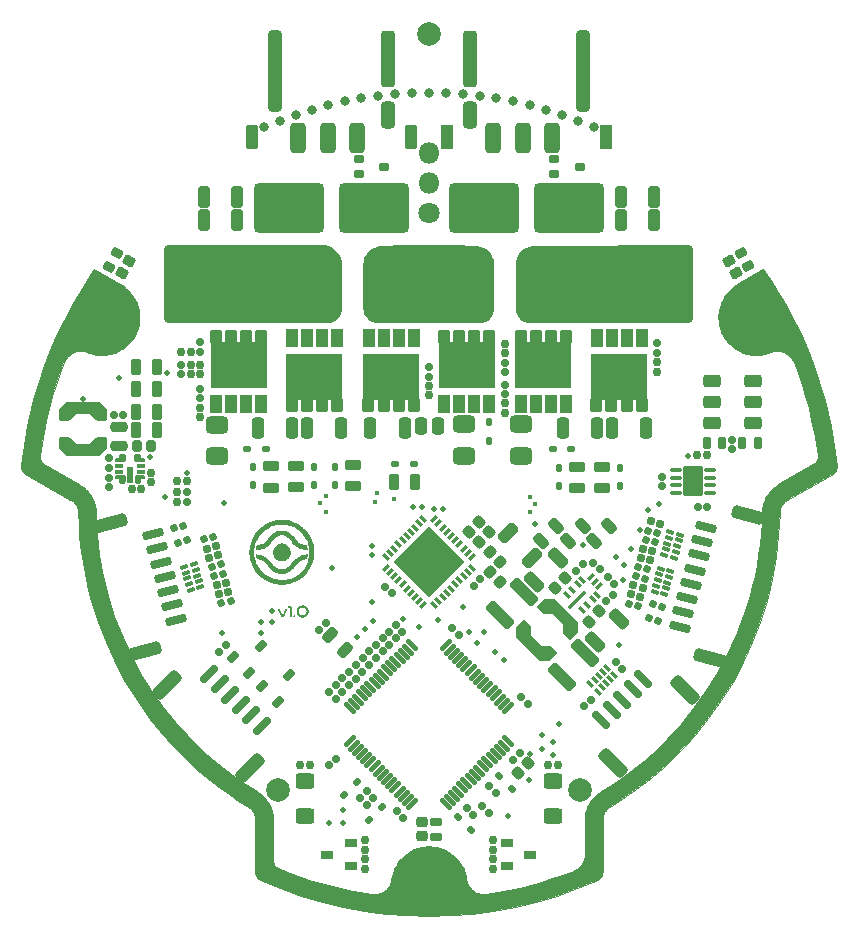
<source format=gbr>
%TF.GenerationSoftware,KiCad,Pcbnew,7.0.6*%
%TF.CreationDate,2023-12-31T16:15:45+01:00*%
%TF.ProjectId,amulet_controller,616d756c-6574-45f6-936f-6e74726f6c6c,1.0*%
%TF.SameCoordinates,PX6c3df60PY7735940*%
%TF.FileFunction,Soldermask,Top*%
%TF.FilePolarity,Negative*%
%FSLAX46Y46*%
G04 Gerber Fmt 4.6, Leading zero omitted, Abs format (unit mm)*
G04 Created by KiCad (PCBNEW 7.0.6) date 2023-12-31 16:15:45*
%MOMM*%
%LPD*%
G01*
G04 APERTURE LIST*
G04 Aperture macros list*
%AMRoundRect*
0 Rectangle with rounded corners*
0 $1 Rounding radius*
0 $2 $3 $4 $5 $6 $7 $8 $9 X,Y pos of 4 corners*
0 Add a 4 corners polygon primitive as box body*
4,1,4,$2,$3,$4,$5,$6,$7,$8,$9,$2,$3,0*
0 Add four circle primitives for the rounded corners*
1,1,$1+$1,$2,$3*
1,1,$1+$1,$4,$5*
1,1,$1+$1,$6,$7*
1,1,$1+$1,$8,$9*
0 Add four rect primitives between the rounded corners*
20,1,$1+$1,$2,$3,$4,$5,0*
20,1,$1+$1,$4,$5,$6,$7,0*
20,1,$1+$1,$6,$7,$8,$9,0*
20,1,$1+$1,$8,$9,$2,$3,0*%
%AMFreePoly0*
4,1,23,0.185356,0.435856,0.235356,0.385856,0.250001,0.350501,0.250001,-0.124500,0.235356,-0.159855,0.185356,-0.209855,0.150001,-0.224500,-0.500000,-0.224500,-0.535355,-0.209855,-0.585355,-0.159855,-0.600000,-0.124500,-0.600000,0.000501,-0.585355,0.035856,-0.535355,0.085856,-0.500000,0.100501,-0.270708,0.100501,-0.249998,0.121211,-0.249998,0.350501,-0.235353,0.385856,-0.185353,0.435856,
-0.149998,0.450501,0.150001,0.450501,0.185356,0.435856,0.185356,0.435856,$1*%
%AMFreePoly1*
4,1,23,0.235356,0.209855,0.285356,0.159855,0.300001,0.124500,0.300001,-0.350503,0.285356,-0.385858,0.235356,-0.435858,0.200001,-0.450503,-0.099998,-0.450501,-0.135353,-0.435856,-0.185353,-0.385856,-0.199998,-0.350501,-0.199998,-0.121211,-0.220708,-0.100501,-0.450000,-0.100501,-0.485355,-0.085856,-0.535355,-0.035856,-0.550000,-0.000501,-0.550000,0.124500,-0.535355,0.159855,-0.485355,0.209855,
-0.450000,0.224500,0.200001,0.224500,0.235356,0.209855,0.235356,0.209855,$1*%
%AMFreePoly2*
4,1,24,0.485355,0.209855,0.535355,0.159855,0.550000,0.124500,0.550000,-0.000501,0.535355,-0.035856,0.485355,-0.085856,0.450000,-0.100501,0.220708,-0.100501,0.199998,-0.121211,0.199998,-0.350501,0.185353,-0.385856,0.135353,-0.435856,0.099998,-0.450501,-0.200001,-0.450503,-0.235356,-0.435859,-0.235356,-0.435858,-0.285356,-0.385858,-0.300001,-0.350503,-0.300001,0.124500,-0.285356,0.159855,
-0.235356,0.209855,-0.200001,0.224500,0.450000,0.224500,0.485355,0.209855,0.485355,0.209855,$1*%
%AMFreePoly3*
4,1,23,0.135353,0.435856,0.185353,0.385856,0.199998,0.350501,0.199998,0.121211,0.220708,0.100501,0.450000,0.100501,0.485355,0.085856,0.535355,0.035856,0.550000,0.000501,0.550000,-0.124500,0.535355,-0.159855,0.485355,-0.209855,0.450000,-0.224500,-0.200001,-0.224500,-0.235356,-0.209855,-0.285356,-0.159855,-0.300001,-0.124500,-0.300001,0.350501,-0.285356,0.385856,-0.235356,0.435856,
-0.200001,0.450501,0.099998,0.450501,0.135353,0.435856,0.135353,0.435856,$1*%
%AMFreePoly4*
4,1,23,1.050356,1.980355,1.065000,1.945000,1.065000,1.170000,1.050804,1.135099,0.485000,0.554662,0.485000,-0.554662,1.050804,-1.135099,1.065000,-1.170000,1.065000,-1.945000,1.050356,-1.980355,1.014999,-1.995000,0.125000,-1.995000,0.089964,-1.980672,-0.470035,-1.430672,-0.484998,-1.395450,-0.485000,-1.395000,-0.485000,1.395000,-0.470355,1.430355,-0.470035,1.430672,0.089964,1.980672,
0.125000,1.995000,1.014999,1.995000,1.050356,1.980355,1.050356,1.980355,$1*%
%AMFreePoly5*
4,1,23,-0.089964,1.980672,0.470035,1.430672,0.484998,1.395450,0.485000,1.395000,0.485000,-1.395000,0.470355,-1.430355,0.470035,-1.430672,-0.089964,-1.980672,-0.125000,-1.995000,-1.014999,-1.995000,-1.050356,-1.980355,-1.065000,-1.945000,-1.065000,-1.170000,-1.050804,-1.135099,-0.485000,-0.554662,-0.485000,0.554662,-1.050804,1.135099,-1.065000,1.170000,-1.065000,1.945000,-1.050356,1.980355,
-1.014999,1.995000,-0.125000,1.995000,-0.089964,1.980672,-0.089964,1.980672,$1*%
G04 Aperture macros list end*
%ADD10C,0.100000*%
%ADD11C,0.160000*%
%ADD12RoundRect,0.287500X0.583363X-0.919239X0.919239X-0.583363X-0.583363X0.919239X-0.919239X0.583363X0*%
%ADD13C,0.800000*%
%ADD14C,0.499800*%
%ADD15RoundRect,0.180000X-0.130000X0.130000X-0.130000X-0.130000X0.130000X-0.130000X0.130000X0.130000X0*%
%ADD16RoundRect,0.050000X-0.425000X0.725000X-0.425000X-0.725000X0.425000X-0.725000X0.425000X0.725000X0*%
%ADD17RoundRect,0.050000X-2.350000X1.875000X-2.350000X-1.875000X2.350000X-1.875000X2.350000X1.875000X0*%
%ADD18RoundRect,0.050000X-0.425000X0.550000X-0.425000X-0.550000X0.425000X-0.550000X0.425000X0.550000X0*%
%ADD19RoundRect,0.187500X-0.097227X-0.168402X0.168402X-0.097227X0.097227X0.168402X-0.168402X0.097227X0*%
%ADD20RoundRect,0.180000X-0.159217X-0.091924X0.091924X-0.159217X0.159217X0.091924X-0.091924X0.159217X0*%
%ADD21RoundRect,0.237500X-0.053033X0.318198X-0.318198X0.053033X0.053033X-0.318198X0.318198X-0.053033X0*%
%ADD22RoundRect,0.200000X0.350000X0.150000X-0.350000X0.150000X-0.350000X-0.150000X0.350000X-0.150000X0*%
%ADD23RoundRect,0.180000X-0.183848X0.000000X0.000000X-0.183848X0.183848X0.000000X0.000000X0.183848X0*%
%ADD24RoundRect,0.237500X-0.194454X0.459619X-0.459619X0.194454X0.194454X-0.459619X0.459619X-0.194454X0*%
%ADD25RoundRect,0.212500X0.167732X-0.284479X0.330232X-0.003021X-0.167732X0.284479X-0.330232X0.003021X0*%
%ADD26RoundRect,0.180000X-0.091924X-0.159217X0.159217X-0.091924X0.091924X0.159217X-0.159217X0.091924X0*%
%ADD27RoundRect,0.125000X-0.350000X-0.075000X0.350000X-0.075000X0.350000X0.075000X-0.350000X0.075000X0*%
%ADD28RoundRect,0.050000X-0.800000X-1.200000X0.800000X-1.200000X0.800000X1.200000X-0.800000X1.200000X0*%
%ADD29RoundRect,0.180000X0.183848X0.000000X0.000000X0.183848X-0.183848X0.000000X0.000000X-0.183848X0*%
%ADD30RoundRect,0.187500X0.137500X-0.137500X0.137500X0.137500X-0.137500X0.137500X-0.137500X-0.137500X0*%
%ADD31RoundRect,0.150000X-0.200000X-0.100000X0.200000X-0.100000X0.200000X0.100000X-0.200000X0.100000X0*%
%ADD32RoundRect,0.050000X-0.123744X0.300520X-0.300520X0.123744X0.123744X-0.300520X0.300520X-0.123744X0*%
%ADD33RoundRect,0.237500X0.187500X0.462500X-0.187500X0.462500X-0.187500X-0.462500X0.187500X-0.462500X0*%
%ADD34RoundRect,0.360000X0.310000X0.940000X-0.310000X0.940000X-0.310000X-0.940000X0.310000X-0.940000X0*%
%ADD35RoundRect,0.325000X0.275000X0.822500X-0.275000X0.822500X-0.275000X-0.822500X0.275000X-0.822500X0*%
%ADD36RoundRect,0.325000X0.275000X3.122500X-0.275000X3.122500X-0.275000X-3.122500X0.275000X-3.122500X0*%
%ADD37RoundRect,0.325000X0.275000X2.077500X-0.275000X2.077500X-0.275000X-2.077500X0.275000X-2.077500X0*%
%ADD38RoundRect,0.237500X-0.462500X0.187500X-0.462500X-0.187500X0.462500X-0.187500X0.462500X0.187500X0*%
%ADD39RoundRect,0.180000X0.000000X0.183848X-0.183848X0.000000X0.000000X-0.183848X0.183848X0.000000X0*%
%ADD40RoundRect,0.187500X-0.137500X0.137500X-0.137500X-0.137500X0.137500X-0.137500X0.137500X0.137500X0*%
%ADD41RoundRect,0.150000X-0.212132X0.070711X0.070711X-0.212132X0.212132X-0.070711X-0.070711X0.212132X0*%
%ADD42RoundRect,0.290000X0.510000X-0.360000X0.510000X0.360000X-0.510000X0.360000X-0.510000X-0.360000X0*%
%ADD43RoundRect,0.187500X0.168402X0.097227X-0.097227X0.168402X-0.168402X-0.097227X0.097227X-0.168402X0*%
%ADD44RoundRect,0.245652X0.254348X0.654348X-0.254348X0.654348X-0.254348X-0.654348X0.254348X-0.654348X0*%
%ADD45RoundRect,0.187500X-0.194454X0.000000X0.000000X-0.194454X0.194454X0.000000X0.000000X0.194454X0*%
%ADD46RoundRect,0.180000X0.000000X-0.183848X0.183848X0.000000X0.000000X0.183848X-0.183848X0.000000X0*%
%ADD47RoundRect,0.212500X0.287500X-0.162500X0.287500X0.162500X-0.287500X0.162500X-0.287500X-0.162500X0*%
%ADD48RoundRect,0.050000X0.425000X-0.725000X0.425000X0.725000X-0.425000X0.725000X-0.425000X-0.725000X0*%
%ADD49RoundRect,0.050000X2.350000X-1.875000X2.350000X1.875000X-2.350000X1.875000X-2.350000X-1.875000X0*%
%ADD50RoundRect,0.050000X0.425000X-0.550000X0.425000X0.550000X-0.425000X0.550000X-0.425000X-0.550000X0*%
%ADD51RoundRect,0.237500X0.462500X-0.187500X0.462500X0.187500X-0.462500X0.187500X-0.462500X-0.187500X0*%
%ADD52RoundRect,0.256521X-0.268479X-0.643479X0.268479X-0.643479X0.268479X0.643479X-0.268479X0.643479X0*%
%ADD53RoundRect,0.245652X-0.642545X-0.282843X-0.282843X-0.642545X0.642545X0.282843X0.282843X0.642545X0*%
%ADD54C,0.399800*%
%ADD55C,2.000000*%
%ADD56RoundRect,0.187500X0.194454X0.000000X0.000000X0.194454X-0.194454X0.000000X0.000000X-0.194454X0*%
%ADD57RoundRect,0.212500X0.330232X0.003021X0.167732X0.284479X-0.330232X-0.003021X-0.167732X-0.284479X0*%
%ADD58RoundRect,0.187500X0.137500X0.137500X-0.137500X0.137500X-0.137500X-0.137500X0.137500X-0.137500X0*%
%ADD59RoundRect,0.187500X0.000000X-0.194454X0.194454X0.000000X0.000000X0.194454X-0.194454X0.000000X0*%
%ADD60RoundRect,0.400000X0.550000X-0.350000X0.550000X0.350000X-0.550000X0.350000X-0.550000X-0.350000X0*%
%ADD61RoundRect,0.180000X0.159217X0.091924X-0.091924X0.159217X-0.159217X-0.091924X0.091924X-0.159217X0*%
%ADD62RoundRect,0.225000X-0.500000X0.175000X-0.500000X-0.175000X0.500000X-0.175000X0.500000X0.175000X0*%
%ADD63RoundRect,0.237500X-0.459619X-0.194454X-0.194454X-0.459619X0.459619X0.194454X0.194454X0.459619X0*%
%ADD64RoundRect,0.256521X0.268479X0.643479X-0.268479X0.643479X-0.268479X-0.643479X0.268479X-0.643479X0*%
%ADD65RoundRect,0.237500X0.262500X-0.187500X0.262500X0.187500X-0.262500X0.187500X-0.262500X-0.187500X0*%
%ADD66RoundRect,0.200000X-0.106066X-0.318198X0.318198X0.106066X0.106066X0.318198X-0.318198X-0.106066X0*%
%ADD67RoundRect,0.187500X-0.262500X-0.137500X0.262500X-0.137500X0.262500X0.137500X-0.262500X0.137500X0*%
%ADD68RoundRect,0.112500X-0.123744X0.212132X-0.212132X0.123744X0.123744X-0.212132X0.212132X-0.123744X0*%
%ADD69RoundRect,0.112500X0.212132X0.123744X0.123744X0.212132X-0.212132X-0.123744X-0.123744X-0.212132X0*%
%ADD70RoundRect,0.112500X0.645235X0.556847X0.556847X0.645235X-0.645235X-0.556847X-0.556847X-0.645235X0*%
%ADD71RoundRect,0.180000X0.091924X0.159217X-0.159217X0.091924X-0.091924X-0.159217X0.159217X-0.091924X0*%
%ADD72RoundRect,0.180000X0.130000X0.130000X-0.130000X0.130000X-0.130000X-0.130000X0.130000X-0.130000X0*%
%ADD73RoundRect,0.200000X-0.601041X-0.388909X-0.388909X-0.601041X0.601041X0.388909X0.388909X0.601041X0*%
%ADD74RoundRect,0.300000X-0.954594X-0.601041X-0.601041X-0.954594X0.954594X0.601041X0.601041X0.954594X0*%
%ADD75RoundRect,0.237500X0.194454X-0.459619X0.459619X-0.194454X-0.194454X0.459619X-0.459619X0.194454X0*%
%ADD76FreePoly0,180.000000*%
%ADD77RoundRect,0.050000X0.300000X0.125000X-0.300000X0.125000X-0.300000X-0.125000X0.300000X-0.125000X0*%
%ADD78FreePoly1,180.000000*%
%ADD79FreePoly2,180.000000*%
%ADD80FreePoly3,180.000000*%
%ADD81RoundRect,0.050000X0.175000X0.650000X-0.175000X0.650000X-0.175000X-0.650000X0.175000X-0.650000X0*%
%ADD82C,0.900000*%
%ADD83C,5.400000*%
%ADD84RoundRect,0.180000X-0.130000X-0.130000X0.130000X-0.130000X0.130000X0.130000X-0.130000X0.130000X0*%
%ADD85RoundRect,0.120000X0.325269X0.424264X-0.424264X-0.325269X-0.325269X-0.424264X0.424264X0.325269X0*%
%ADD86RoundRect,0.120000X-0.325269X0.424264X-0.424264X0.325269X0.325269X-0.424264X0.424264X-0.325269X0*%
%ADD87C,1.800000*%
%ADD88O,1.800000X1.800000*%
%ADD89RoundRect,0.150000X0.100000X-0.200000X0.100000X0.200000X-0.100000X0.200000X-0.100000X-0.200000X0*%
%ADD90RoundRect,0.200000X0.637325X-0.326062X0.714971X-0.036284X-0.637325X0.326062X-0.714971X0.036284X0*%
%ADD91RoundRect,0.300000X0.997814X-0.526182X1.127223X-0.043219X-0.997814X0.526182X-1.127223X0.043219X0*%
%ADD92FreePoly4,225.000000*%
%ADD93FreePoly5,225.000000*%
%ADD94RoundRect,0.375000X2.925000X2.925000X-2.925000X2.925000X-2.925000X-2.925000X2.925000X-2.925000X0*%
%ADD95RoundRect,0.180000X0.130000X-0.130000X0.130000X0.130000X-0.130000X0.130000X-0.130000X-0.130000X0*%
%ADD96RoundRect,0.237500X-0.318198X-0.053033X-0.053033X-0.318198X0.318198X0.053033X0.053033X0.318198X0*%
%ADD97RoundRect,0.200000X0.388909X-0.601041X0.601041X-0.388909X-0.388909X0.601041X-0.601041X0.388909X0*%
%ADD98RoundRect,0.300000X0.601041X-0.954594X0.954594X-0.601041X-0.601041X0.954594X-0.954594X0.601041X0*%
%ADD99RoundRect,0.237500X0.053033X-0.318198X0.318198X-0.053033X-0.053033X0.318198X-0.318198X0.053033X0*%
%ADD100RoundRect,0.256521X-0.265165X0.644852X-0.644852X0.265165X0.265165X-0.644852X0.644852X-0.265165X0*%
%ADD101RoundRect,0.245652X-0.254348X-0.654348X0.254348X-0.654348X0.254348X0.654348X-0.254348X0.654348X0*%
%ADD102RoundRect,0.212500X0.162500X0.287500X-0.162500X0.287500X-0.162500X-0.287500X0.162500X-0.287500X0*%
%ADD103RoundRect,0.200000X-0.350000X-0.150000X0.350000X-0.150000X0.350000X0.150000X-0.350000X0.150000X0*%
%ADD104RoundRect,0.150000X-0.100000X0.200000X-0.100000X-0.200000X0.100000X-0.200000X0.100000X0.200000X0*%
%ADD105RoundRect,0.050000X-0.257425X0.198386X-0.322130X-0.043095X0.257425X-0.198386X0.322130X0.043095X0*%
%ADD106RoundRect,0.150000X-0.070711X-0.212132X0.212132X0.070711X0.070711X0.212132X-0.212132X-0.070711X0*%
%ADD107RoundRect,0.375000X-2.925000X-2.925000X2.925000X-2.925000X2.925000X2.925000X-2.925000X2.925000X0*%
%ADD108RoundRect,0.237500X0.187500X0.262500X-0.187500X0.262500X-0.187500X-0.262500X0.187500X-0.262500X0*%
%ADD109RoundRect,0.150000X0.200000X0.100000X-0.200000X0.100000X-0.200000X-0.100000X0.200000X-0.100000X0*%
%ADD110RoundRect,0.187500X0.000000X0.194454X-0.194454X0.000000X0.000000X-0.194454X0.194454X0.000000X0*%
%ADD111RoundRect,0.237500X0.133582X-0.293630X0.321082X0.031130X-0.133582X0.293630X-0.321082X-0.031130X0*%
%ADD112RoundRect,0.287500X-0.237500X-0.437500X0.237500X-0.437500X0.237500X0.437500X-0.237500X0.437500X0*%
%ADD113RoundRect,0.237500X-0.187500X-0.462500X0.187500X-0.462500X0.187500X0.462500X-0.187500X0.462500X0*%
%ADD114RoundRect,0.237500X0.321082X-0.031130X0.133582X0.293630X-0.321082X0.031130X-0.133582X-0.293630X0*%
%ADD115RoundRect,0.050000X0.322130X-0.043095X0.257425X0.198386X-0.322130X0.043095X-0.257425X-0.198386X0*%
%ADD116FreePoly4,90.000000*%
%ADD117FreePoly5,90.000000*%
%ADD118RoundRect,0.105000X0.134350X0.212132X-0.212132X-0.134350X-0.134350X-0.212132X0.212132X0.134350X0*%
%ADD119RoundRect,0.105000X-0.134350X0.212132X-0.212132X0.134350X0.134350X-0.212132X0.212132X-0.134350X0*%
%ADD120RoundRect,0.155000X0.000000X2.821356X-2.821356X0.000000X0.000000X-2.821356X2.821356X0.000000X0*%
%ADD121RoundRect,0.200000X-0.714971X-0.036284X-0.637325X-0.326062X0.714971X0.036284X0.637325X0.326062X0*%
%ADD122RoundRect,0.300000X-1.127223X-0.043219X-0.997814X-0.526182X1.127223X0.043219X0.997814X0.526182X0*%
%ADD123RoundRect,0.300000X0.450000X0.250000X-0.450000X0.250000X-0.450000X-0.250000X0.450000X-0.250000X0*%
%ADD124RoundRect,0.465000X2.510000X1.660000X-2.510000X1.660000X-2.510000X-1.660000X2.510000X-1.660000X0*%
%ADD125RoundRect,0.050000X0.450000X1.000000X-0.450000X1.000000X-0.450000X-1.000000X0.450000X-1.000000X0*%
%ADD126RoundRect,0.140000X0.360000X0.910000X-0.360000X0.910000X-0.360000X-0.910000X0.360000X-0.910000X0*%
G04 APERTURE END LIST*
D10*
X63958763Y54117894D02*
X64562591Y53170256D01*
X65134547Y52205084D01*
X65674316Y51223213D01*
X66181602Y50225459D01*
X66656088Y49212642D01*
X67097474Y48185585D01*
X67505450Y47145111D01*
X67879710Y46092032D01*
X68219951Y45027185D01*
X68525863Y43951377D01*
X68797133Y42865441D01*
X69033465Y41770191D01*
X69234545Y40666444D01*
X69400067Y39555030D01*
X69529727Y38436764D01*
X69532940Y38385582D01*
X69532422Y38334792D01*
X69528264Y38284563D01*
X69520560Y38235074D01*
X69509387Y38186491D01*
X69494841Y38138993D01*
X69477012Y38092739D01*
X69455981Y38047918D01*
X69431836Y38004686D01*
X69404675Y37963222D01*
X69374577Y37923702D01*
X69341634Y37886294D01*
X69305934Y37851166D01*
X69267564Y37818494D01*
X69226614Y37788450D01*
X69183172Y37761207D01*
X65344883Y35545191D01*
X65308318Y35523275D01*
X65272637Y35500273D01*
X65237855Y35476214D01*
X65203997Y35451124D01*
X65171067Y35425034D01*
X65139089Y35397967D01*
X65108078Y35369955D01*
X65078047Y35341025D01*
X65049020Y35311204D01*
X65021008Y35280523D01*
X64994031Y35249002D01*
X64968098Y35216681D01*
X64943233Y35183574D01*
X64919449Y35149721D01*
X64896764Y35115143D01*
X64875195Y35079867D01*
X64854758Y35043930D01*
X64835465Y35007349D01*
X64817337Y34970154D01*
X64800393Y34932385D01*
X64784644Y34894051D01*
X64770109Y34855192D01*
X64756804Y34815833D01*
X64744749Y34776004D01*
X64733951Y34735726D01*
X64724435Y34695034D01*
X64716215Y34653951D01*
X64709308Y34612513D01*
X64703730Y34570739D01*
X64699495Y34528663D01*
X64696627Y34486305D01*
X64695133Y34443701D01*
X64598398Y32539201D01*
X64381777Y30658648D01*
X64048079Y28806892D01*
X63600094Y26988788D01*
X63040626Y25209178D01*
X62372471Y23472918D01*
X61598438Y21784857D01*
X60721321Y20149846D01*
X59743924Y18572729D01*
X58669039Y17058362D01*
X57499473Y15611595D01*
X56238025Y14237274D01*
X54887496Y12940249D01*
X53450683Y11725377D01*
X51930387Y10597503D01*
X50329410Y9561476D01*
X50293256Y9538880D01*
X50258012Y9515217D01*
X50223684Y9490506D01*
X50190298Y9464787D01*
X50157864Y9438085D01*
X50126396Y9410423D01*
X50095909Y9381835D01*
X50066428Y9352347D01*
X50037961Y9321989D01*
X50010526Y9290789D01*
X49984138Y9258772D01*
X49958818Y9225967D01*
X49934578Y9192403D01*
X49911429Y9158108D01*
X49868488Y9087441D01*
X49830121Y9014189D01*
X49812694Y8976665D01*
X49796457Y8938579D01*
X49781428Y8899960D01*
X49767622Y8860837D01*
X49755055Y8821235D01*
X49743745Y8781184D01*
X49733702Y8740714D01*
X49724949Y8699853D01*
X49717501Y8658624D01*
X49711370Y8617060D01*
X49706573Y8575191D01*
X49703129Y8533040D01*
X49701047Y8490635D01*
X49700353Y8448010D01*
X49700352Y4015977D01*
X49698483Y3964729D01*
X49692941Y3914240D01*
X49683832Y3864668D01*
X49671262Y3816186D01*
X49655337Y3768954D01*
X49636159Y3723125D01*
X49613834Y3678870D01*
X49588466Y3636347D01*
X49560162Y3595722D01*
X49529024Y3557157D01*
X49495158Y3520811D01*
X49458668Y3486851D01*
X49419661Y3455429D01*
X49378244Y3426720D01*
X49334511Y3400879D01*
X49288582Y3378074D01*
X47570547Y2656612D01*
X45825314Y2031351D01*
X44056766Y1502279D01*
X42268791Y1069403D01*
X40465275Y732722D01*
X38650103Y492236D01*
X36827157Y347945D01*
X35000328Y299848D01*
X33173502Y347947D01*
X31350556Y492237D01*
X29535385Y732724D01*
X27731870Y1069406D01*
X25943899Y1502283D01*
X24175357Y2031354D01*
X22430128Y2656618D01*
X20712101Y3378080D01*
X20688866Y3389098D01*
X20666167Y3400890D01*
X20644022Y3413438D01*
X20622439Y3426728D01*
X20601433Y3440731D01*
X20581022Y3455437D01*
X20561208Y3470819D01*
X20542016Y3486854D01*
X20523449Y3503529D01*
X20505528Y3520821D01*
X20488261Y3538704D01*
X20471663Y3557164D01*
X20455747Y3576183D01*
X20440528Y3595729D01*
X20426017Y3615796D01*
X20412227Y3636356D01*
X20399170Y3657388D01*
X20386863Y3678880D01*
X20375315Y3700800D01*
X20364544Y3723133D01*
X20354553Y3745858D01*
X20345363Y3768958D01*
X20336989Y3792409D01*
X20329440Y3816192D01*
X20322731Y3840286D01*
X20316876Y3864673D01*
X20311880Y3889330D01*
X20307770Y3914239D01*
X20304546Y3939378D01*
X20302226Y3964727D01*
X20300827Y3990270D01*
X20300358Y4015974D01*
X20300358Y8448011D01*
X20297582Y8533038D01*
X20289341Y8617062D01*
X20275759Y8699847D01*
X20256965Y8781184D01*
X20233087Y8860837D01*
X20204253Y8938581D01*
X20170590Y9014188D01*
X20132223Y9087442D01*
X20089284Y9158109D01*
X20041896Y9225967D01*
X19990191Y9290787D01*
X19934294Y9352350D01*
X19874332Y9410428D01*
X19810431Y9464788D01*
X19742722Y9515211D01*
X19671330Y9561476D01*
X18860930Y10067703D01*
X18070352Y10597503D01*
X17299944Y11150263D01*
X16550056Y11725378D01*
X15821040Y12322243D01*
X15113242Y12940252D01*
X14427016Y13578800D01*
X13762707Y14237275D01*
X12501260Y15611595D01*
X11331692Y17058363D01*
X10256806Y18572730D01*
X9279401Y20149847D01*
X8402283Y21784859D01*
X7628247Y23472921D01*
X6960090Y25209179D01*
X6400622Y26988788D01*
X6162518Y27893332D01*
X5952635Y28806894D01*
X5771321Y29728865D01*
X5618931Y30658648D01*
X5495810Y31595627D01*
X5402315Y32539201D01*
X5338780Y33488759D01*
X5305574Y34443701D01*
X5301209Y34528658D01*
X5291395Y34612510D01*
X5276262Y34695034D01*
X5255948Y34776002D01*
X5230587Y34855192D01*
X5200301Y34932383D01*
X5165229Y35007349D01*
X5125497Y35079869D01*
X5081243Y35149720D01*
X5032596Y35216679D01*
X4979685Y35280523D01*
X4922642Y35341025D01*
X4861602Y35397967D01*
X4796694Y35451124D01*
X4728048Y35500273D01*
X4655796Y35545191D01*
X817542Y37761205D01*
X795508Y37774467D01*
X774090Y37788450D01*
X753295Y37803134D01*
X733135Y37818494D01*
X713620Y37834512D01*
X694761Y37851165D01*
X676569Y37868435D01*
X659060Y37886294D01*
X642235Y37904722D01*
X626115Y37923703D01*
X610702Y37943210D01*
X596013Y37963226D01*
X582059Y37983725D01*
X568849Y38004687D01*
X556395Y38026089D01*
X544710Y38047912D01*
X533798Y38070137D01*
X523678Y38092739D01*
X514359Y38115695D01*
X505847Y38138989D01*
X498159Y38162589D01*
X491303Y38186487D01*
X485294Y38210655D01*
X480134Y38235069D01*
X475841Y38259711D01*
X472429Y38284560D01*
X469901Y38309590D01*
X468277Y38334784D01*
X467561Y38360119D01*
X467764Y38385574D01*
X468902Y38411127D01*
X470980Y38436757D01*
X600630Y39555021D01*
X766146Y40666436D01*
X967218Y41770182D01*
X1203545Y42865436D01*
X1474813Y43951376D01*
X1780721Y45027179D01*
X2120959Y46092030D01*
X2495221Y47145106D01*
X2903200Y48185581D01*
X3344583Y49212638D01*
X3819073Y50225455D01*
X4326360Y51223210D01*
X4866129Y52205082D01*
X5438085Y53170249D01*
X6041918Y54117895D01*
X6677311Y55047190D01*
X8887546Y53771128D01*
X9021466Y53689438D01*
X9150043Y53602216D01*
X9273199Y53509709D01*
X9390868Y53412144D01*
X9502971Y53309765D01*
X9609447Y53202806D01*
X9710209Y53091507D01*
X9805191Y52976106D01*
X9894324Y52856840D01*
X9977526Y52733943D01*
X10054735Y52607661D01*
X10125873Y52478229D01*
X10190868Y52345881D01*
X10249645Y52210854D01*
X10302140Y52073395D01*
X10348268Y51933728D01*
X10387970Y51792100D01*
X10421161Y51648752D01*
X10447774Y51503913D01*
X10467738Y51357826D01*
X10480980Y51210725D01*
X10487427Y51062852D01*
X10487001Y50914440D01*
X10479636Y50765731D01*
X10465259Y50616961D01*
X10443795Y50468369D01*
X10415173Y50320190D01*
X10379319Y50172665D01*
X10336161Y50026027D01*
X10285629Y49880519D01*
X10227647Y49736381D01*
X10162143Y49593843D01*
X10089835Y49454632D01*
X10011649Y49320376D01*
X9927807Y49191158D01*
X9838548Y49067073D01*
X9744105Y48948206D01*
X9644704Y48834643D01*
X9540584Y48726480D01*
X9431975Y48623797D01*
X9319107Y48526694D01*
X9202213Y48435251D01*
X9081530Y48349558D01*
X8957284Y48269704D01*
X8829709Y48195779D01*
X8699038Y48127873D01*
X8565501Y48066069D01*
X8429336Y48010460D01*
X8290770Y47961135D01*
X8150035Y47918182D01*
X8007365Y47881689D01*
X7862992Y47851745D01*
X7717149Y47828437D01*
X7570067Y47811861D01*
X7421976Y47802095D01*
X7273113Y47799234D01*
X7123706Y47803366D01*
X6973988Y47814581D01*
X6824194Y47832964D01*
X6674554Y47858603D01*
X6525307Y47891598D01*
X6376671Y47932023D01*
X6228888Y47979973D01*
X6082189Y48035534D01*
X6012133Y48062002D01*
X5941164Y48084848D01*
X5869415Y48104072D01*
X5797020Y48119682D01*
X5724117Y48131672D01*
X5650841Y48140044D01*
X5577327Y48144801D01*
X5503708Y48145944D01*
X5430123Y48143476D01*
X5356705Y48137393D01*
X5283592Y48127702D01*
X5210916Y48114404D01*
X5138814Y48097492D01*
X5067424Y48076978D01*
X4996877Y48052855D01*
X4927309Y48025128D01*
X4859213Y47993968D01*
X4793042Y47959610D01*
X4728896Y47922152D01*
X4666869Y47881682D01*
X4607051Y47838309D01*
X4549538Y47792121D01*
X4494434Y47743227D01*
X4441818Y47691712D01*
X4391795Y47637678D01*
X4344457Y47581223D01*
X4299898Y47522449D01*
X4258213Y47461443D01*
X4219497Y47398305D01*
X4183845Y47333134D01*
X4151346Y47266034D01*
X4122106Y47197093D01*
X3760894Y46239748D01*
X3429587Y45272430D01*
X3128354Y44295827D01*
X2857394Y43310649D01*
X2616872Y42317602D01*
X2406983Y41317382D01*
X2227900Y40310700D01*
X2079807Y39298256D01*
X2074598Y39242011D01*
X2073619Y39186110D01*
X2076770Y39130747D01*
X2083955Y39076126D01*
X2095074Y39022445D01*
X2110021Y38969914D01*
X2128708Y38918720D01*
X2151027Y38869074D01*
X2176882Y38821176D01*
X2206176Y38775220D01*
X2238806Y38731415D01*
X2274669Y38689958D01*
X2313672Y38651049D01*
X2355715Y38614893D01*
X2400696Y38581685D01*
X2448520Y38551633D01*
X5405826Y36844228D01*
X5484587Y36797023D01*
X5561438Y36747482D01*
X5636351Y36695664D01*
X5709288Y36641627D01*
X5780213Y36585430D01*
X5849092Y36527136D01*
X5915886Y36466803D01*
X5980564Y36404492D01*
X6043088Y36340264D01*
X6103424Y36274177D01*
X6161537Y36206291D01*
X6217386Y36136670D01*
X6270946Y36065370D01*
X6322172Y35992449D01*
X6371031Y35917978D01*
X6417490Y35842004D01*
X6461517Y35764594D01*
X6503065Y35685807D01*
X6542109Y35605698D01*
X6578610Y35524339D01*
X6612530Y35441781D01*
X6643841Y35358081D01*
X6672497Y35273309D01*
X6698471Y35187518D01*
X6721727Y35100770D01*
X6742221Y35013127D01*
X6759930Y34924644D01*
X6774812Y34835386D01*
X6786831Y34745413D01*
X6795952Y34654780D01*
X6802141Y34563553D01*
X6805363Y34471789D01*
X6897220Y32663474D01*
X7102906Y30877900D01*
X7419762Y29119668D01*
X7845125Y27393387D01*
X8376344Y25703659D01*
X9010755Y24055089D01*
X9745700Y22452285D01*
X10578522Y20899845D01*
X11506563Y19402383D01*
X12527158Y17964500D01*
X13637653Y16590801D01*
X14835395Y15285889D01*
X16117716Y14054374D01*
X17481962Y12900858D01*
X18925471Y11829944D01*
X20445591Y10846243D01*
X20523449Y10797574D01*
X20599359Y10746602D01*
X20673284Y10693389D01*
X20745195Y10637994D01*
X20815054Y10580479D01*
X20882826Y10520905D01*
X20948479Y10459332D01*
X21011978Y10395824D01*
X21073290Y10330434D01*
X21132374Y10263227D01*
X21189203Y10194267D01*
X21243741Y10123611D01*
X21295953Y10051320D01*
X21345805Y9977456D01*
X21438289Y9825249D01*
X21520922Y9667476D01*
X21558456Y9586652D01*
X21593427Y9504619D01*
X21625796Y9421439D01*
X21655529Y9337175D01*
X21682597Y9251878D01*
X21706956Y9165614D01*
X21728585Y9078450D01*
X21747437Y8990436D01*
X21763482Y8901638D01*
X21776690Y8812116D01*
X21787019Y8721934D01*
X21794440Y8631147D01*
X21798918Y8539820D01*
X21800419Y8448011D01*
X21800417Y5033198D01*
X21802538Y4976761D01*
X21808812Y4921199D01*
X21819108Y4866717D01*
X21833305Y4813486D01*
X21851278Y4761700D01*
X21872905Y4711544D01*
X21898057Y4663198D01*
X21926611Y4616860D01*
X21958449Y4572710D01*
X21993436Y4530935D01*
X22031459Y4491722D01*
X22072387Y4455257D01*
X22116095Y4421722D01*
X22162460Y4391313D01*
X22211358Y4364208D01*
X22262667Y4340595D01*
X23213495Y3962630D01*
X24174837Y3614380D01*
X25145988Y3296042D01*
X26126247Y3007814D01*
X27114916Y2749888D01*
X28111292Y2522454D01*
X29114674Y2325716D01*
X30124363Y2159861D01*
X30198693Y2150712D01*
X30273062Y2145303D01*
X30347330Y2143593D01*
X30421371Y2145551D01*
X30495050Y2151146D01*
X30568234Y2160346D01*
X30640801Y2173109D01*
X30712608Y2189415D01*
X30783531Y2209221D01*
X30853431Y2232495D01*
X30922187Y2259207D01*
X30989661Y2289322D01*
X31055718Y2322805D01*
X31120237Y2359627D01*
X31183079Y2399750D01*
X31244114Y2443145D01*
X31302903Y2489528D01*
X31359063Y2538562D01*
X31412524Y2590134D01*
X31463219Y2644121D01*
X31511076Y2700417D01*
X31556030Y2758893D01*
X31598006Y2819438D01*
X31636940Y2881935D01*
X31672762Y2946264D01*
X31705404Y3012316D01*
X31734792Y3079964D01*
X31760864Y3149102D01*
X31783545Y3219603D01*
X31802769Y3291353D01*
X31818466Y3364238D01*
X31830573Y3438142D01*
X31854382Y3585335D01*
X31884676Y3730014D01*
X31921292Y3872044D01*
X31964062Y4011280D01*
X32012830Y4147583D01*
X32067430Y4280808D01*
X32127692Y4410812D01*
X32193467Y4537460D01*
X32264582Y4660601D01*
X32340879Y4780101D01*
X32422190Y4895812D01*
X32508359Y5007594D01*
X32599217Y5115309D01*
X32694604Y5218812D01*
X32794356Y5317961D01*
X32898315Y5412613D01*
X33006313Y5502629D01*
X33118187Y5587864D01*
X33233778Y5668182D01*
X33352919Y5743432D01*
X33475450Y5813477D01*
X33601207Y5878179D01*
X33730025Y5937390D01*
X33861750Y5990973D01*
X33996208Y6038781D01*
X34133242Y6080676D01*
X34272687Y6116516D01*
X34414383Y6146156D01*
X34558167Y6169455D01*
X34703872Y6186274D01*
X34851337Y6196472D01*
X35000400Y6199900D01*
X35149465Y6196470D01*
X35296931Y6186274D01*
X35442637Y6169452D01*
X35586419Y6146155D01*
X35728114Y6116511D01*
X35867562Y6080676D01*
X36004596Y6038781D01*
X36139058Y5990973D01*
X36270776Y5937391D01*
X36399601Y5878179D01*
X36525360Y5813483D01*
X36647891Y5743432D01*
X36767034Y5668177D01*
X36882627Y5587867D01*
X36994502Y5502629D01*
X37102502Y5412613D01*
X37206459Y5317961D01*
X37306219Y5218813D01*
X37401607Y5115309D01*
X37492464Y5007596D01*
X37578634Y4895811D01*
X37659945Y4780102D01*
X37736243Y4660600D01*
X37807363Y4537458D01*
X37873136Y4410812D01*
X37933402Y4280810D01*
X37988002Y4147582D01*
X38036765Y4011278D01*
X38079539Y3872044D01*
X38116154Y3730015D01*
X38146450Y3585331D01*
X38170259Y3438145D01*
X38182363Y3364240D01*
X38198061Y3291357D01*
X38217285Y3219603D01*
X38239966Y3149102D01*
X38266034Y3079967D01*
X38295419Y3012316D01*
X38328060Y2946267D01*
X38363880Y2881935D01*
X38402812Y2819436D01*
X38444789Y2758892D01*
X38489741Y2700415D01*
X38537599Y2644122D01*
X38588295Y2590133D01*
X38641759Y2538562D01*
X38697920Y2489525D01*
X38756716Y2443141D01*
X38817754Y2399750D01*
X38880593Y2359626D01*
X38945107Y2322805D01*
X39011168Y2289324D01*
X39078642Y2259207D01*
X39147397Y2232496D01*
X39217295Y2209219D01*
X39288217Y2189415D01*
X39360020Y2173111D01*
X39432580Y2160344D01*
X39505762Y2151146D01*
X39579434Y2145550D01*
X39653465Y2143592D01*
X39727728Y2145301D01*
X39802085Y2150713D01*
X39876409Y2159858D01*
X40821649Y2314173D01*
X41761460Y2495564D01*
X42695263Y2703877D01*
X43622486Y2938963D01*
X44542548Y3200662D01*
X45454880Y3488825D01*
X46358897Y3803286D01*
X47254032Y4143901D01*
X47307013Y4166122D01*
X47358813Y4190195D01*
X47409394Y4216084D01*
X47458727Y4243734D01*
X47506783Y4273099D01*
X47553524Y4304133D01*
X47598919Y4336783D01*
X47642934Y4371005D01*
X47685538Y4406749D01*
X47726697Y4443966D01*
X47766378Y4482608D01*
X47804551Y4522629D01*
X47841180Y4563978D01*
X47876233Y4606608D01*
X47909679Y4650469D01*
X47941482Y4695519D01*
X47971613Y4741702D01*
X48000037Y4788973D01*
X48026721Y4837283D01*
X48051631Y4886588D01*
X48074744Y4936834D01*
X48096009Y4987974D01*
X48115410Y5039961D01*
X48132907Y5092747D01*
X48148469Y5146285D01*
X48162060Y5200528D01*
X48173653Y5255420D01*
X48183209Y5310921D01*
X48190700Y5366976D01*
X48196094Y5423543D01*
X48199351Y5480568D01*
X48200444Y5538011D01*
X48200446Y8448009D01*
X48206423Y8631145D01*
X48224170Y8812113D01*
X48253423Y8990431D01*
X48293899Y9165610D01*
X48345325Y9337169D01*
X48407427Y9504617D01*
X48479930Y9667468D01*
X48562561Y9825241D01*
X48655045Y9977448D01*
X48757107Y10123602D01*
X48868473Y10263220D01*
X48988871Y10395813D01*
X49118025Y10520901D01*
X49255655Y10637987D01*
X49401499Y10746595D01*
X49555270Y10846240D01*
X50324740Y11326902D01*
X51075389Y11829942D01*
X51806887Y12354787D01*
X52518900Y12900855D01*
X53211098Y13467579D01*
X53883144Y14054372D01*
X54534714Y14660665D01*
X55165466Y15285889D01*
X56363203Y16590799D01*
X57473702Y17964498D01*
X58494296Y19402381D01*
X59422337Y20899846D01*
X60255157Y22452282D01*
X60990099Y24055085D01*
X61624508Y25703657D01*
X62155719Y27393386D01*
X62381801Y28252245D01*
X62581084Y29119671D01*
X62753240Y29995077D01*
X62897935Y30877900D01*
X63014838Y31767558D01*
X63103613Y32663475D01*
X63163938Y33565077D01*
X63195469Y34471787D01*
X63204877Y34654778D01*
X63226023Y34835383D01*
X63258606Y35013123D01*
X63302360Y35187514D01*
X63356993Y35358076D01*
X63422223Y35524334D01*
X63497766Y35685801D01*
X63583341Y35842000D01*
X63678658Y35992446D01*
X63783444Y36136665D01*
X63897407Y36274172D01*
X64020267Y36404488D01*
X64151739Y36527133D01*
X64291545Y36641621D01*
X64439393Y36747482D01*
X64595006Y36844224D01*
X67552250Y38551634D01*
X67576510Y38566256D01*
X67600072Y38581689D01*
X67622922Y38597913D01*
X67645052Y38614896D01*
X67666445Y38632619D01*
X67687093Y38651054D01*
X67706977Y38670179D01*
X67726092Y38689963D01*
X67744425Y38710385D01*
X67761950Y38731420D01*
X67778676Y38753042D01*
X67794578Y38775227D01*
X67809643Y38797947D01*
X67823863Y38821184D01*
X67837224Y38844900D01*
X67849711Y38869080D01*
X67861319Y38893698D01*
X67872024Y38918728D01*
X67881827Y38944142D01*
X67890706Y38969918D01*
X67898651Y38996026D01*
X67905648Y39022453D01*
X67911693Y39049161D01*
X67916763Y39076130D01*
X67920852Y39103336D01*
X67923948Y39130750D01*
X67926028Y39158352D01*
X67927094Y39186115D01*
X67927126Y39214006D01*
X67926113Y39242014D01*
X67924042Y39270105D01*
X67920902Y39298253D01*
X67772813Y40310695D01*
X67593728Y41317379D01*
X67383837Y42317596D01*
X67143319Y43310651D01*
X66872353Y44295829D01*
X66571124Y45272433D01*
X66239816Y46239755D01*
X65878605Y47197095D01*
X65849365Y47266040D01*
X65816874Y47333143D01*
X65781225Y47398311D01*
X65742513Y47461446D01*
X65700833Y47522454D01*
X65656277Y47581233D01*
X65608941Y47637690D01*
X65558922Y47691722D01*
X65506311Y47743237D01*
X65451204Y47792137D01*
X65393698Y47838322D01*
X65333885Y47881694D01*
X65271857Y47922163D01*
X65207716Y47959621D01*
X65141553Y47993983D01*
X65073458Y48025144D01*
X65003893Y48052869D01*
X64933344Y48076990D01*
X64861950Y48097503D01*
X64789846Y48114414D01*
X64717167Y48127715D01*
X64644046Y48137406D01*
X64570624Y48143483D01*
X64497032Y48145955D01*
X64423408Y48144810D01*
X64349887Y48140053D01*
X64276609Y48131678D01*
X64203700Y48119687D01*
X64131298Y48104079D01*
X64059547Y48084849D01*
X63988576Y48062003D01*
X63918522Y48035533D01*
X63771822Y47979968D01*
X63624038Y47932018D01*
X63475406Y47891592D01*
X63326152Y47858602D01*
X63176510Y47832959D01*
X63026716Y47814576D01*
X62877001Y47803365D01*
X62727592Y47799230D01*
X62578724Y47802090D01*
X62430636Y47811855D01*
X62283552Y47828434D01*
X62137704Y47851741D01*
X61993334Y47881683D01*
X61850662Y47918175D01*
X61709923Y47961132D01*
X61571356Y48010454D01*
X61435189Y48066064D01*
X61301652Y48127867D01*
X61170980Y48195774D01*
X61043404Y48269698D01*
X60919157Y48349553D01*
X60798471Y48435245D01*
X60681577Y48526687D01*
X60568711Y48623794D01*
X60460098Y48726475D01*
X60355978Y48834640D01*
X60256577Y48948200D01*
X60162134Y49067070D01*
X60072873Y49191154D01*
X59989031Y49320371D01*
X59910840Y49454629D01*
X59838535Y49593840D01*
X59773032Y49736378D01*
X59715050Y49880520D01*
X59664517Y50026027D01*
X59621360Y50172663D01*
X59585508Y50320189D01*
X59556888Y50468364D01*
X59535422Y50616962D01*
X59521046Y50765730D01*
X59513683Y50914439D01*
X59513262Y51062852D01*
X59519707Y51210726D01*
X59532949Y51357824D01*
X59552914Y51503913D01*
X59579528Y51648750D01*
X59612725Y51792102D01*
X59652424Y51933730D01*
X59698556Y52073394D01*
X59751047Y52210860D01*
X59809830Y52345880D01*
X59874827Y52478230D01*
X59945967Y52607665D01*
X60023176Y52733946D01*
X60106383Y52856842D01*
X60195513Y52976107D01*
X60290498Y53091506D01*
X60391262Y53202805D01*
X60497731Y53309762D01*
X60609839Y53412147D01*
X60727509Y53509710D01*
X60850667Y53602219D01*
X60979241Y53689436D01*
X61113164Y53771127D01*
X63323370Y55047197D01*
X63958763Y54117894D01*
G36*
X63958763Y54117894D02*
G01*
X64562591Y53170256D01*
X65134547Y52205084D01*
X65674316Y51223213D01*
X66181602Y50225459D01*
X66656088Y49212642D01*
X67097474Y48185585D01*
X67505450Y47145111D01*
X67879710Y46092032D01*
X68219951Y45027185D01*
X68525863Y43951377D01*
X68797133Y42865441D01*
X69033465Y41770191D01*
X69234545Y40666444D01*
X69400067Y39555030D01*
X69529727Y38436764D01*
X69532940Y38385582D01*
X69532422Y38334792D01*
X69528264Y38284563D01*
X69520560Y38235074D01*
X69509387Y38186491D01*
X69494841Y38138993D01*
X69477012Y38092739D01*
X69455981Y38047918D01*
X69431836Y38004686D01*
X69404675Y37963222D01*
X69374577Y37923702D01*
X69341634Y37886294D01*
X69305934Y37851166D01*
X69267564Y37818494D01*
X69226614Y37788450D01*
X69183172Y37761207D01*
X65344883Y35545191D01*
X65308318Y35523275D01*
X65272637Y35500273D01*
X65237855Y35476214D01*
X65203997Y35451124D01*
X65171067Y35425034D01*
X65139089Y35397967D01*
X65108078Y35369955D01*
X65078047Y35341025D01*
X65049020Y35311204D01*
X65021008Y35280523D01*
X64994031Y35249002D01*
X64968098Y35216681D01*
X64943233Y35183574D01*
X64919449Y35149721D01*
X64896764Y35115143D01*
X64875195Y35079867D01*
X64854758Y35043930D01*
X64835465Y35007349D01*
X64817337Y34970154D01*
X64800393Y34932385D01*
X64784644Y34894051D01*
X64770109Y34855192D01*
X64756804Y34815833D01*
X64744749Y34776004D01*
X64733951Y34735726D01*
X64724435Y34695034D01*
X64716215Y34653951D01*
X64709308Y34612513D01*
X64703730Y34570739D01*
X64699495Y34528663D01*
X64696627Y34486305D01*
X64695133Y34443701D01*
X64598398Y32539201D01*
X64381777Y30658648D01*
X64048079Y28806892D01*
X63600094Y26988788D01*
X63040626Y25209178D01*
X62372471Y23472918D01*
X61598438Y21784857D01*
X60721321Y20149846D01*
X59743924Y18572729D01*
X58669039Y17058362D01*
X57499473Y15611595D01*
X56238025Y14237274D01*
X54887496Y12940249D01*
X53450683Y11725377D01*
X51930387Y10597503D01*
X50329410Y9561476D01*
X50293256Y9538880D01*
X50258012Y9515217D01*
X50223684Y9490506D01*
X50190298Y9464787D01*
X50157864Y9438085D01*
X50126396Y9410423D01*
X50095909Y9381835D01*
X50066428Y9352347D01*
X50037961Y9321989D01*
X50010526Y9290789D01*
X49984138Y9258772D01*
X49958818Y9225967D01*
X49934578Y9192403D01*
X49911429Y9158108D01*
X49868488Y9087441D01*
X49830121Y9014189D01*
X49812694Y8976665D01*
X49796457Y8938579D01*
X49781428Y8899960D01*
X49767622Y8860837D01*
X49755055Y8821235D01*
X49743745Y8781184D01*
X49733702Y8740714D01*
X49724949Y8699853D01*
X49717501Y8658624D01*
X49711370Y8617060D01*
X49706573Y8575191D01*
X49703129Y8533040D01*
X49701047Y8490635D01*
X49700353Y8448010D01*
X49700352Y4015977D01*
X49698483Y3964729D01*
X49692941Y3914240D01*
X49683832Y3864668D01*
X49671262Y3816186D01*
X49655337Y3768954D01*
X49636159Y3723125D01*
X49613834Y3678870D01*
X49588466Y3636347D01*
X49560162Y3595722D01*
X49529024Y3557157D01*
X49495158Y3520811D01*
X49458668Y3486851D01*
X49419661Y3455429D01*
X49378244Y3426720D01*
X49334511Y3400879D01*
X49288582Y3378074D01*
X47570547Y2656612D01*
X45825314Y2031351D01*
X44056766Y1502279D01*
X42268791Y1069403D01*
X40465275Y732722D01*
X38650103Y492236D01*
X36827157Y347945D01*
X35000328Y299848D01*
X33173502Y347947D01*
X31350556Y492237D01*
X29535385Y732724D01*
X27731870Y1069406D01*
X25943899Y1502283D01*
X24175357Y2031354D01*
X22430128Y2656618D01*
X20712101Y3378080D01*
X20688866Y3389098D01*
X20666167Y3400890D01*
X20644022Y3413438D01*
X20622439Y3426728D01*
X20601433Y3440731D01*
X20581022Y3455437D01*
X20561208Y3470819D01*
X20542016Y3486854D01*
X20523449Y3503529D01*
X20505528Y3520821D01*
X20488261Y3538704D01*
X20471663Y3557164D01*
X20455747Y3576183D01*
X20440528Y3595729D01*
X20426017Y3615796D01*
X20412227Y3636356D01*
X20399170Y3657388D01*
X20386863Y3678880D01*
X20375315Y3700800D01*
X20364544Y3723133D01*
X20354553Y3745858D01*
X20345363Y3768958D01*
X20336989Y3792409D01*
X20329440Y3816192D01*
X20322731Y3840286D01*
X20316876Y3864673D01*
X20311880Y3889330D01*
X20307770Y3914239D01*
X20304546Y3939378D01*
X20302226Y3964727D01*
X20300827Y3990270D01*
X20300358Y4015974D01*
X20300358Y8448011D01*
X20297582Y8533038D01*
X20289341Y8617062D01*
X20275759Y8699847D01*
X20256965Y8781184D01*
X20233087Y8860837D01*
X20204253Y8938581D01*
X20170590Y9014188D01*
X20132223Y9087442D01*
X20089284Y9158109D01*
X20041896Y9225967D01*
X19990191Y9290787D01*
X19934294Y9352350D01*
X19874332Y9410428D01*
X19810431Y9464788D01*
X19742722Y9515211D01*
X19671330Y9561476D01*
X18860930Y10067703D01*
X18070352Y10597503D01*
X17299944Y11150263D01*
X16550056Y11725378D01*
X15821040Y12322243D01*
X15113242Y12940252D01*
X14427016Y13578800D01*
X13762707Y14237275D01*
X12501260Y15611595D01*
X11331692Y17058363D01*
X10256806Y18572730D01*
X9279401Y20149847D01*
X8402283Y21784859D01*
X7628247Y23472921D01*
X6960090Y25209179D01*
X6400622Y26988788D01*
X6162518Y27893332D01*
X5952635Y28806894D01*
X5771321Y29728865D01*
X5618931Y30658648D01*
X5495810Y31595627D01*
X5402315Y32539201D01*
X5338780Y33488759D01*
X5305574Y34443701D01*
X5301209Y34528658D01*
X5291395Y34612510D01*
X5276262Y34695034D01*
X5255948Y34776002D01*
X5230587Y34855192D01*
X5200301Y34932383D01*
X5165229Y35007349D01*
X5125497Y35079869D01*
X5081243Y35149720D01*
X5032596Y35216679D01*
X4979685Y35280523D01*
X4922642Y35341025D01*
X4861602Y35397967D01*
X4796694Y35451124D01*
X4728048Y35500273D01*
X4655796Y35545191D01*
X817542Y37761205D01*
X795508Y37774467D01*
X774090Y37788450D01*
X753295Y37803134D01*
X733135Y37818494D01*
X713620Y37834512D01*
X694761Y37851165D01*
X676569Y37868435D01*
X659060Y37886294D01*
X642235Y37904722D01*
X626115Y37923703D01*
X610702Y37943210D01*
X596013Y37963226D01*
X582059Y37983725D01*
X568849Y38004687D01*
X556395Y38026089D01*
X544710Y38047912D01*
X533798Y38070137D01*
X523678Y38092739D01*
X514359Y38115695D01*
X505847Y38138989D01*
X498159Y38162589D01*
X491303Y38186487D01*
X485294Y38210655D01*
X480134Y38235069D01*
X475841Y38259711D01*
X472429Y38284560D01*
X469901Y38309590D01*
X468277Y38334784D01*
X467561Y38360119D01*
X467764Y38385574D01*
X468902Y38411127D01*
X470980Y38436757D01*
X600630Y39555021D01*
X766146Y40666436D01*
X967218Y41770182D01*
X1203545Y42865436D01*
X1474813Y43951376D01*
X1780721Y45027179D01*
X2120959Y46092030D01*
X2495221Y47145106D01*
X2903200Y48185581D01*
X3344583Y49212638D01*
X3819073Y50225455D01*
X4326360Y51223210D01*
X4866129Y52205082D01*
X5438085Y53170249D01*
X6041918Y54117895D01*
X6677311Y55047190D01*
X8887546Y53771128D01*
X9021466Y53689438D01*
X9150043Y53602216D01*
X9273199Y53509709D01*
X9390868Y53412144D01*
X9502971Y53309765D01*
X9609447Y53202806D01*
X9710209Y53091507D01*
X9805191Y52976106D01*
X9894324Y52856840D01*
X9977526Y52733943D01*
X10054735Y52607661D01*
X10125873Y52478229D01*
X10190868Y52345881D01*
X10249645Y52210854D01*
X10302140Y52073395D01*
X10348268Y51933728D01*
X10387970Y51792100D01*
X10421161Y51648752D01*
X10447774Y51503913D01*
X10467738Y51357826D01*
X10480980Y51210725D01*
X10487427Y51062852D01*
X10487001Y50914440D01*
X10479636Y50765731D01*
X10465259Y50616961D01*
X10443795Y50468369D01*
X10415173Y50320190D01*
X10379319Y50172665D01*
X10336161Y50026027D01*
X10285629Y49880519D01*
X10227647Y49736381D01*
X10162143Y49593843D01*
X10089835Y49454632D01*
X10011649Y49320376D01*
X9927807Y49191158D01*
X9838548Y49067073D01*
X9744105Y48948206D01*
X9644704Y48834643D01*
X9540584Y48726480D01*
X9431975Y48623797D01*
X9319107Y48526694D01*
X9202213Y48435251D01*
X9081530Y48349558D01*
X8957284Y48269704D01*
X8829709Y48195779D01*
X8699038Y48127873D01*
X8565501Y48066069D01*
X8429336Y48010460D01*
X8290770Y47961135D01*
X8150035Y47918182D01*
X8007365Y47881689D01*
X7862992Y47851745D01*
X7717149Y47828437D01*
X7570067Y47811861D01*
X7421976Y47802095D01*
X7273113Y47799234D01*
X7123706Y47803366D01*
X6973988Y47814581D01*
X6824194Y47832964D01*
X6674554Y47858603D01*
X6525307Y47891598D01*
X6376671Y47932023D01*
X6228888Y47979973D01*
X6082189Y48035534D01*
X6012133Y48062002D01*
X5941164Y48084848D01*
X5869415Y48104072D01*
X5797020Y48119682D01*
X5724117Y48131672D01*
X5650841Y48140044D01*
X5577327Y48144801D01*
X5503708Y48145944D01*
X5430123Y48143476D01*
X5356705Y48137393D01*
X5283592Y48127702D01*
X5210916Y48114404D01*
X5138814Y48097492D01*
X5067424Y48076978D01*
X4996877Y48052855D01*
X4927309Y48025128D01*
X4859213Y47993968D01*
X4793042Y47959610D01*
X4728896Y47922152D01*
X4666869Y47881682D01*
X4607051Y47838309D01*
X4549538Y47792121D01*
X4494434Y47743227D01*
X4441818Y47691712D01*
X4391795Y47637678D01*
X4344457Y47581223D01*
X4299898Y47522449D01*
X4258213Y47461443D01*
X4219497Y47398305D01*
X4183845Y47333134D01*
X4151346Y47266034D01*
X4122106Y47197093D01*
X3760894Y46239748D01*
X3429587Y45272430D01*
X3128354Y44295827D01*
X2857394Y43310649D01*
X2616872Y42317602D01*
X2406983Y41317382D01*
X2227900Y40310700D01*
X2079807Y39298256D01*
X2074598Y39242011D01*
X2073619Y39186110D01*
X2076770Y39130747D01*
X2083955Y39076126D01*
X2095074Y39022445D01*
X2110021Y38969914D01*
X2128708Y38918720D01*
X2151027Y38869074D01*
X2176882Y38821176D01*
X2206176Y38775220D01*
X2238806Y38731415D01*
X2274669Y38689958D01*
X2313672Y38651049D01*
X2355715Y38614893D01*
X2400696Y38581685D01*
X2448520Y38551633D01*
X5405826Y36844228D01*
X5484587Y36797023D01*
X5561438Y36747482D01*
X5636351Y36695664D01*
X5709288Y36641627D01*
X5780213Y36585430D01*
X5849092Y36527136D01*
X5915886Y36466803D01*
X5980564Y36404492D01*
X6043088Y36340264D01*
X6103424Y36274177D01*
X6161537Y36206291D01*
X6217386Y36136670D01*
X6270946Y36065370D01*
X6322172Y35992449D01*
X6371031Y35917978D01*
X6417490Y35842004D01*
X6461517Y35764594D01*
X6503065Y35685807D01*
X6542109Y35605698D01*
X6578610Y35524339D01*
X6612530Y35441781D01*
X6643841Y35358081D01*
X6672497Y35273309D01*
X6698471Y35187518D01*
X6721727Y35100770D01*
X6742221Y35013127D01*
X6759930Y34924644D01*
X6774812Y34835386D01*
X6786831Y34745413D01*
X6795952Y34654780D01*
X6802141Y34563553D01*
X6805363Y34471789D01*
X6897220Y32663474D01*
X7102906Y30877900D01*
X7419762Y29119668D01*
X7845125Y27393387D01*
X8376344Y25703659D01*
X9010755Y24055089D01*
X9745700Y22452285D01*
X10578522Y20899845D01*
X11506563Y19402383D01*
X12527158Y17964500D01*
X13637653Y16590801D01*
X14835395Y15285889D01*
X16117716Y14054374D01*
X17481962Y12900858D01*
X18925471Y11829944D01*
X20445591Y10846243D01*
X20523449Y10797574D01*
X20599359Y10746602D01*
X20673284Y10693389D01*
X20745195Y10637994D01*
X20815054Y10580479D01*
X20882826Y10520905D01*
X20948479Y10459332D01*
X21011978Y10395824D01*
X21073290Y10330434D01*
X21132374Y10263227D01*
X21189203Y10194267D01*
X21243741Y10123611D01*
X21295953Y10051320D01*
X21345805Y9977456D01*
X21438289Y9825249D01*
X21520922Y9667476D01*
X21558456Y9586652D01*
X21593427Y9504619D01*
X21625796Y9421439D01*
X21655529Y9337175D01*
X21682597Y9251878D01*
X21706956Y9165614D01*
X21728585Y9078450D01*
X21747437Y8990436D01*
X21763482Y8901638D01*
X21776690Y8812116D01*
X21787019Y8721934D01*
X21794440Y8631147D01*
X21798918Y8539820D01*
X21800419Y8448011D01*
X21800417Y5033198D01*
X21802538Y4976761D01*
X21808812Y4921199D01*
X21819108Y4866717D01*
X21833305Y4813486D01*
X21851278Y4761700D01*
X21872905Y4711544D01*
X21898057Y4663198D01*
X21926611Y4616860D01*
X21958449Y4572710D01*
X21993436Y4530935D01*
X22031459Y4491722D01*
X22072387Y4455257D01*
X22116095Y4421722D01*
X22162460Y4391313D01*
X22211358Y4364208D01*
X22262667Y4340595D01*
X23213495Y3962630D01*
X24174837Y3614380D01*
X25145988Y3296042D01*
X26126247Y3007814D01*
X27114916Y2749888D01*
X28111292Y2522454D01*
X29114674Y2325716D01*
X30124363Y2159861D01*
X30198693Y2150712D01*
X30273062Y2145303D01*
X30347330Y2143593D01*
X30421371Y2145551D01*
X30495050Y2151146D01*
X30568234Y2160346D01*
X30640801Y2173109D01*
X30712608Y2189415D01*
X30783531Y2209221D01*
X30853431Y2232495D01*
X30922187Y2259207D01*
X30989661Y2289322D01*
X31055718Y2322805D01*
X31120237Y2359627D01*
X31183079Y2399750D01*
X31244114Y2443145D01*
X31302903Y2489528D01*
X31359063Y2538562D01*
X31412524Y2590134D01*
X31463219Y2644121D01*
X31511076Y2700417D01*
X31556030Y2758893D01*
X31598006Y2819438D01*
X31636940Y2881935D01*
X31672762Y2946264D01*
X31705404Y3012316D01*
X31734792Y3079964D01*
X31760864Y3149102D01*
X31783545Y3219603D01*
X31802769Y3291353D01*
X31818466Y3364238D01*
X31830573Y3438142D01*
X31854382Y3585335D01*
X31884676Y3730014D01*
X31921292Y3872044D01*
X31964062Y4011280D01*
X32012830Y4147583D01*
X32067430Y4280808D01*
X32127692Y4410812D01*
X32193467Y4537460D01*
X32264582Y4660601D01*
X32340879Y4780101D01*
X32422190Y4895812D01*
X32508359Y5007594D01*
X32599217Y5115309D01*
X32694604Y5218812D01*
X32794356Y5317961D01*
X32898315Y5412613D01*
X33006313Y5502629D01*
X33118187Y5587864D01*
X33233778Y5668182D01*
X33352919Y5743432D01*
X33475450Y5813477D01*
X33601207Y5878179D01*
X33730025Y5937390D01*
X33861750Y5990973D01*
X33996208Y6038781D01*
X34133242Y6080676D01*
X34272687Y6116516D01*
X34414383Y6146156D01*
X34558167Y6169455D01*
X34703872Y6186274D01*
X34851337Y6196472D01*
X35000400Y6199900D01*
X35149465Y6196470D01*
X35296931Y6186274D01*
X35442637Y6169452D01*
X35586419Y6146155D01*
X35728114Y6116511D01*
X35867562Y6080676D01*
X36004596Y6038781D01*
X36139058Y5990973D01*
X36270776Y5937391D01*
X36399601Y5878179D01*
X36525360Y5813483D01*
X36647891Y5743432D01*
X36767034Y5668177D01*
X36882627Y5587867D01*
X36994502Y5502629D01*
X37102502Y5412613D01*
X37206459Y5317961D01*
X37306219Y5218813D01*
X37401607Y5115309D01*
X37492464Y5007596D01*
X37578634Y4895811D01*
X37659945Y4780102D01*
X37736243Y4660600D01*
X37807363Y4537458D01*
X37873136Y4410812D01*
X37933402Y4280810D01*
X37988002Y4147582D01*
X38036765Y4011278D01*
X38079539Y3872044D01*
X38116154Y3730015D01*
X38146450Y3585331D01*
X38170259Y3438145D01*
X38182363Y3364240D01*
X38198061Y3291357D01*
X38217285Y3219603D01*
X38239966Y3149102D01*
X38266034Y3079967D01*
X38295419Y3012316D01*
X38328060Y2946267D01*
X38363880Y2881935D01*
X38402812Y2819436D01*
X38444789Y2758892D01*
X38489741Y2700415D01*
X38537599Y2644122D01*
X38588295Y2590133D01*
X38641759Y2538562D01*
X38697920Y2489525D01*
X38756716Y2443141D01*
X38817754Y2399750D01*
X38880593Y2359626D01*
X38945107Y2322805D01*
X39011168Y2289324D01*
X39078642Y2259207D01*
X39147397Y2232496D01*
X39217295Y2209219D01*
X39288217Y2189415D01*
X39360020Y2173111D01*
X39432580Y2160344D01*
X39505762Y2151146D01*
X39579434Y2145550D01*
X39653465Y2143592D01*
X39727728Y2145301D01*
X39802085Y2150713D01*
X39876409Y2159858D01*
X40821649Y2314173D01*
X41761460Y2495564D01*
X42695263Y2703877D01*
X43622486Y2938963D01*
X44542548Y3200662D01*
X45454880Y3488825D01*
X46358897Y3803286D01*
X47254032Y4143901D01*
X47307013Y4166122D01*
X47358813Y4190195D01*
X47409394Y4216084D01*
X47458727Y4243734D01*
X47506783Y4273099D01*
X47553524Y4304133D01*
X47598919Y4336783D01*
X47642934Y4371005D01*
X47685538Y4406749D01*
X47726697Y4443966D01*
X47766378Y4482608D01*
X47804551Y4522629D01*
X47841180Y4563978D01*
X47876233Y4606608D01*
X47909679Y4650469D01*
X47941482Y4695519D01*
X47971613Y4741702D01*
X48000037Y4788973D01*
X48026721Y4837283D01*
X48051631Y4886588D01*
X48074744Y4936834D01*
X48096009Y4987974D01*
X48115410Y5039961D01*
X48132907Y5092747D01*
X48148469Y5146285D01*
X48162060Y5200528D01*
X48173653Y5255420D01*
X48183209Y5310921D01*
X48190700Y5366976D01*
X48196094Y5423543D01*
X48199351Y5480568D01*
X48200444Y5538011D01*
X48200446Y8448009D01*
X48206423Y8631145D01*
X48224170Y8812113D01*
X48253423Y8990431D01*
X48293899Y9165610D01*
X48345325Y9337169D01*
X48407427Y9504617D01*
X48479930Y9667468D01*
X48562561Y9825241D01*
X48655045Y9977448D01*
X48757107Y10123602D01*
X48868473Y10263220D01*
X48988871Y10395813D01*
X49118025Y10520901D01*
X49255655Y10637987D01*
X49401499Y10746595D01*
X49555270Y10846240D01*
X50324740Y11326902D01*
X51075389Y11829942D01*
X51806887Y12354787D01*
X52518900Y12900855D01*
X53211098Y13467579D01*
X53883144Y14054372D01*
X54534714Y14660665D01*
X55165466Y15285889D01*
X56363203Y16590799D01*
X57473702Y17964498D01*
X58494296Y19402381D01*
X59422337Y20899846D01*
X60255157Y22452282D01*
X60990099Y24055085D01*
X61624508Y25703657D01*
X62155719Y27393386D01*
X62381801Y28252245D01*
X62581084Y29119671D01*
X62753240Y29995077D01*
X62897935Y30877900D01*
X63014838Y31767558D01*
X63103613Y32663475D01*
X63163938Y33565077D01*
X63195469Y34471787D01*
X63204877Y34654778D01*
X63226023Y34835383D01*
X63258606Y35013123D01*
X63302360Y35187514D01*
X63356993Y35358076D01*
X63422223Y35524334D01*
X63497766Y35685801D01*
X63583341Y35842000D01*
X63678658Y35992446D01*
X63783444Y36136665D01*
X63897407Y36274172D01*
X64020267Y36404488D01*
X64151739Y36527133D01*
X64291545Y36641621D01*
X64439393Y36747482D01*
X64595006Y36844224D01*
X67552250Y38551634D01*
X67576510Y38566256D01*
X67600072Y38581689D01*
X67622922Y38597913D01*
X67645052Y38614896D01*
X67666445Y38632619D01*
X67687093Y38651054D01*
X67706977Y38670179D01*
X67726092Y38689963D01*
X67744425Y38710385D01*
X67761950Y38731420D01*
X67778676Y38753042D01*
X67794578Y38775227D01*
X67809643Y38797947D01*
X67823863Y38821184D01*
X67837224Y38844900D01*
X67849711Y38869080D01*
X67861319Y38893698D01*
X67872024Y38918728D01*
X67881827Y38944142D01*
X67890706Y38969918D01*
X67898651Y38996026D01*
X67905648Y39022453D01*
X67911693Y39049161D01*
X67916763Y39076130D01*
X67920852Y39103336D01*
X67923948Y39130750D01*
X67926028Y39158352D01*
X67927094Y39186115D01*
X67927126Y39214006D01*
X67926113Y39242014D01*
X67924042Y39270105D01*
X67920902Y39298253D01*
X67772813Y40310695D01*
X67593728Y41317379D01*
X67383837Y42317596D01*
X67143319Y43310651D01*
X66872353Y44295829D01*
X66571124Y45272433D01*
X66239816Y46239755D01*
X65878605Y47197095D01*
X65849365Y47266040D01*
X65816874Y47333143D01*
X65781225Y47398311D01*
X65742513Y47461446D01*
X65700833Y47522454D01*
X65656277Y47581233D01*
X65608941Y47637690D01*
X65558922Y47691722D01*
X65506311Y47743237D01*
X65451204Y47792137D01*
X65393698Y47838322D01*
X65333885Y47881694D01*
X65271857Y47922163D01*
X65207716Y47959621D01*
X65141553Y47993983D01*
X65073458Y48025144D01*
X65003893Y48052869D01*
X64933344Y48076990D01*
X64861950Y48097503D01*
X64789846Y48114414D01*
X64717167Y48127715D01*
X64644046Y48137406D01*
X64570624Y48143483D01*
X64497032Y48145955D01*
X64423408Y48144810D01*
X64349887Y48140053D01*
X64276609Y48131678D01*
X64203700Y48119687D01*
X64131298Y48104079D01*
X64059547Y48084849D01*
X63988576Y48062003D01*
X63918522Y48035533D01*
X63771822Y47979968D01*
X63624038Y47932018D01*
X63475406Y47891592D01*
X63326152Y47858602D01*
X63176510Y47832959D01*
X63026716Y47814576D01*
X62877001Y47803365D01*
X62727592Y47799230D01*
X62578724Y47802090D01*
X62430636Y47811855D01*
X62283552Y47828434D01*
X62137704Y47851741D01*
X61993334Y47881683D01*
X61850662Y47918175D01*
X61709923Y47961132D01*
X61571356Y48010454D01*
X61435189Y48066064D01*
X61301652Y48127867D01*
X61170980Y48195774D01*
X61043404Y48269698D01*
X60919157Y48349553D01*
X60798471Y48435245D01*
X60681577Y48526687D01*
X60568711Y48623794D01*
X60460098Y48726475D01*
X60355978Y48834640D01*
X60256577Y48948200D01*
X60162134Y49067070D01*
X60072873Y49191154D01*
X59989031Y49320371D01*
X59910840Y49454629D01*
X59838535Y49593840D01*
X59773032Y49736378D01*
X59715050Y49880520D01*
X59664517Y50026027D01*
X59621360Y50172663D01*
X59585508Y50320189D01*
X59556888Y50468364D01*
X59535422Y50616962D01*
X59521046Y50765730D01*
X59513683Y50914439D01*
X59513262Y51062852D01*
X59519707Y51210726D01*
X59532949Y51357824D01*
X59552914Y51503913D01*
X59579528Y51648750D01*
X59612725Y51792102D01*
X59652424Y51933730D01*
X59698556Y52073394D01*
X59751047Y52210860D01*
X59809830Y52345880D01*
X59874827Y52478230D01*
X59945967Y52607665D01*
X60023176Y52733946D01*
X60106383Y52856842D01*
X60195513Y52976107D01*
X60290498Y53091506D01*
X60391262Y53202805D01*
X60497731Y53309762D01*
X60609839Y53412147D01*
X60727509Y53509710D01*
X60850667Y53602219D01*
X60979241Y53689436D01*
X61113164Y53771127D01*
X63323370Y55047197D01*
X63958763Y54117894D01*
G37*
D11*
G36*
X22257623Y26170595D02*
G01*
X22281566Y26119134D01*
X22304024Y26070839D01*
X22325057Y26025607D01*
X22344727Y25983337D01*
X22363095Y25943926D01*
X22380222Y25907272D01*
X22396170Y25873274D01*
X22411000Y25841829D01*
X22424773Y25812835D01*
X22437550Y25786191D01*
X22449393Y25761795D01*
X22460363Y25739544D01*
X22470521Y25719337D01*
X22479928Y25701072D01*
X22488647Y25684646D01*
X22496737Y25669958D01*
X22504260Y25656906D01*
X22511278Y25645387D01*
X22517852Y25635301D01*
X22524043Y25626544D01*
X22535522Y25612612D01*
X22546204Y25602776D01*
X22556579Y25596220D01*
X22567139Y25592129D01*
X22578372Y25589686D01*
X22590770Y25588076D01*
X22602654Y25588023D01*
X22613393Y25587885D01*
X22625207Y25587635D01*
X22635232Y25587351D01*
X22646262Y25587004D01*
X22653785Y25586854D01*
X22666426Y25587076D01*
X22676478Y25587725D01*
X22686830Y25589025D01*
X22697315Y25591188D01*
X22707763Y25594426D01*
X22718004Y25598952D01*
X22727870Y25604979D01*
X22737193Y25612719D01*
X22745802Y25622384D01*
X22753528Y25634188D01*
X22755878Y25638634D01*
X23006227Y26170595D01*
X23010608Y26179435D01*
X23014213Y26189856D01*
X23016391Y26200398D01*
X23017208Y26210831D01*
X23017218Y26212116D01*
X23016652Y26222640D01*
X23014898Y26232297D01*
X23011972Y26241802D01*
X23007262Y26252316D01*
X23001923Y26261256D01*
X22998656Y26265850D01*
X22991369Y26273868D01*
X22982998Y26281180D01*
X22973716Y26287673D01*
X22963699Y26293235D01*
X22953120Y26297756D01*
X22942156Y26301124D01*
X22930979Y26303226D01*
X22919765Y26303951D01*
X22907966Y26303116D01*
X22896307Y26300608D01*
X22884951Y26296430D01*
X22874061Y26290579D01*
X22863802Y26283057D01*
X22856618Y26276319D01*
X22849950Y26268640D01*
X22843865Y26260021D01*
X22838433Y26250462D01*
X22632780Y25813023D01*
X22425662Y26250462D01*
X22420224Y26260021D01*
X22414124Y26268640D01*
X22407435Y26276319D01*
X22400228Y26283057D01*
X22389942Y26290579D01*
X22379037Y26296430D01*
X22367685Y26300608D01*
X22356059Y26303116D01*
X22344329Y26303951D01*
X22333035Y26303226D01*
X22321802Y26301124D01*
X22310803Y26297756D01*
X22300213Y26293235D01*
X22290207Y26287673D01*
X22280960Y26281180D01*
X22272645Y26273868D01*
X22265439Y26265850D01*
X22259312Y26256739D01*
X22254707Y26248008D01*
X22250762Y26237862D01*
X22248121Y26227202D01*
X22246947Y26216399D01*
X22246876Y26212116D01*
X22247491Y26201850D01*
X22249410Y26191355D01*
X22252750Y26180861D01*
X22256926Y26171858D01*
X22257623Y26170595D01*
G37*
G36*
X23089758Y26424119D02*
G01*
X23096212Y26416115D01*
X23103673Y26408929D01*
X23112017Y26402658D01*
X23121117Y26397397D01*
X23130848Y26393245D01*
X23134211Y26392123D01*
X23145921Y26387643D01*
X23157208Y26382374D01*
X23168025Y26376347D01*
X23178327Y26369592D01*
X23188068Y26362138D01*
X23197202Y26354016D01*
X23205684Y26345255D01*
X23213467Y26335886D01*
X23220507Y26325939D01*
X23226756Y26315444D01*
X23232169Y26304431D01*
X23236701Y26292930D01*
X23240306Y26280971D01*
X23242937Y26268584D01*
X23244549Y26255799D01*
X23245097Y26242646D01*
X23245097Y25683819D01*
X23245624Y25672631D01*
X23247160Y25662149D01*
X23249637Y25652376D01*
X23254972Y25639048D01*
X23262047Y25627327D01*
X23270635Y25617219D01*
X23280510Y25608732D01*
X23291445Y25601872D01*
X23303211Y25596647D01*
X23315583Y25593064D01*
X23328334Y25591131D01*
X23336932Y25590762D01*
X23349819Y25591627D01*
X23362615Y25594201D01*
X23375065Y25598457D01*
X23386911Y25604364D01*
X23397895Y25611894D01*
X23407761Y25621017D01*
X23416251Y25631706D01*
X23423108Y25643931D01*
X23428075Y25657663D01*
X23430209Y25667640D01*
X23431313Y25678266D01*
X23431454Y25683819D01*
X23431454Y26242646D01*
X23430593Y26261163D01*
X23428817Y26279244D01*
X23426167Y26296880D01*
X23422685Y26314061D01*
X23418413Y26330777D01*
X23413394Y26347017D01*
X23407668Y26362773D01*
X23401279Y26378033D01*
X23394267Y26392789D01*
X23386675Y26407029D01*
X23378545Y26420743D01*
X23369918Y26433923D01*
X23360836Y26446557D01*
X23351342Y26458636D01*
X23341478Y26470150D01*
X23331284Y26481089D01*
X23320804Y26491442D01*
X23310078Y26501199D01*
X23299149Y26510352D01*
X23288059Y26518889D01*
X23276850Y26526801D01*
X23265563Y26534077D01*
X23254241Y26540708D01*
X23242925Y26546683D01*
X23231658Y26551993D01*
X23220481Y26556627D01*
X23209435Y26560576D01*
X23198564Y26563830D01*
X23187909Y26566378D01*
X23177512Y26568210D01*
X23167414Y26569317D01*
X23157658Y26569688D01*
X23144243Y26568915D01*
X23131562Y26566598D01*
X23119742Y26562738D01*
X23108911Y26557336D01*
X23099198Y26550393D01*
X23090730Y26541910D01*
X23083636Y26531890D01*
X23078042Y26520332D01*
X23074078Y26507238D01*
X23071872Y26492609D01*
X23071440Y26482004D01*
X23071903Y26471710D01*
X23073278Y26461731D01*
X23075551Y26452168D01*
X23079438Y26441383D01*
X23084563Y26431515D01*
X23089758Y26424119D01*
G37*
G36*
X23527686Y25669653D02*
G01*
X23528443Y25657910D01*
X23530705Y25646322D01*
X23534454Y25635107D01*
X23539677Y25624483D01*
X23546357Y25614668D01*
X23554478Y25605882D01*
X23564025Y25598343D01*
X23574981Y25592270D01*
X23587332Y25587880D01*
X23601062Y25585393D01*
X23610973Y25584900D01*
X23621350Y25585387D01*
X23631050Y25586804D01*
X23648428Y25592184D01*
X23663117Y25600543D01*
X23675132Y25611386D01*
X23684485Y25624214D01*
X23691189Y25638533D01*
X23695257Y25653844D01*
X23696702Y25669653D01*
X23695536Y25685461D01*
X23691773Y25700773D01*
X23685425Y25715091D01*
X23676506Y25727920D01*
X23665028Y25738762D01*
X23651004Y25747122D01*
X23634446Y25752501D01*
X23615369Y25754405D01*
X23604684Y25753909D01*
X23594701Y25752466D01*
X23581040Y25748669D01*
X23568949Y25743111D01*
X23558423Y25736014D01*
X23549454Y25727599D01*
X23542037Y25718090D01*
X23536167Y25707708D01*
X23531836Y25696676D01*
X23529039Y25685216D01*
X23527770Y25673549D01*
X23527686Y25669653D01*
G37*
G36*
X24337003Y26600274D02*
G01*
X24363185Y26598268D01*
X24388997Y26594964D01*
X24414407Y26590397D01*
X24439381Y26584600D01*
X24463885Y26577607D01*
X24487888Y26569451D01*
X24511355Y26560166D01*
X24534253Y26549785D01*
X24556550Y26538341D01*
X24578212Y26525869D01*
X24599206Y26512401D01*
X24619499Y26497971D01*
X24639058Y26482613D01*
X24657850Y26466360D01*
X24675841Y26449245D01*
X24692998Y26431303D01*
X24709289Y26412566D01*
X24724680Y26393069D01*
X24739138Y26372844D01*
X24752629Y26351925D01*
X24765121Y26330345D01*
X24776581Y26308139D01*
X24786975Y26285339D01*
X24796271Y26261980D01*
X24804434Y26238094D01*
X24811433Y26213715D01*
X24817233Y26188876D01*
X24821802Y26163612D01*
X24825107Y26137955D01*
X24827114Y26111939D01*
X24827791Y26085598D01*
X24827114Y26059147D01*
X24825107Y26033029D01*
X24821802Y26007278D01*
X24817233Y25981928D01*
X24811433Y25957010D01*
X24804434Y25932559D01*
X24796271Y25908608D01*
X24786975Y25885189D01*
X24776581Y25862337D01*
X24765121Y25840084D01*
X24752629Y25818463D01*
X24739138Y25797507D01*
X24724680Y25777251D01*
X24709289Y25757726D01*
X24692998Y25738966D01*
X24675841Y25721005D01*
X24657850Y25703875D01*
X24639058Y25687610D01*
X24619499Y25672242D01*
X24599206Y25657806D01*
X24578212Y25644334D01*
X24556550Y25631859D01*
X24534253Y25620415D01*
X24511355Y25610035D01*
X24487888Y25600751D01*
X24463885Y25592598D01*
X24439381Y25585608D01*
X24414407Y25579814D01*
X24388997Y25575251D01*
X24363185Y25571950D01*
X24337003Y25569945D01*
X24310484Y25569269D01*
X24284076Y25569945D01*
X24257998Y25571950D01*
X24232283Y25575251D01*
X24206964Y25579814D01*
X24182075Y25585608D01*
X24157649Y25592598D01*
X24133719Y25600751D01*
X24110320Y25610035D01*
X24087483Y25620415D01*
X24065243Y25631859D01*
X24043632Y25644334D01*
X24022685Y25657806D01*
X24002434Y25672242D01*
X23982914Y25687610D01*
X23964157Y25703875D01*
X23946196Y25721005D01*
X23929065Y25738966D01*
X23912798Y25757726D01*
X23897428Y25777251D01*
X23882988Y25797507D01*
X23869511Y25818463D01*
X23857031Y25840084D01*
X23845581Y25862337D01*
X23835195Y25885189D01*
X23825906Y25908608D01*
X23817747Y25932559D01*
X23810752Y25957010D01*
X23804954Y25981928D01*
X23800386Y26007278D01*
X23797082Y26033029D01*
X23795075Y26059147D01*
X23794399Y26085598D01*
X23980756Y26085598D01*
X23981137Y26069938D01*
X23982279Y26054299D01*
X23984181Y26038707D01*
X23986843Y26023190D01*
X23990266Y26007775D01*
X23994448Y25992489D01*
X23999389Y25977358D01*
X24005089Y25962408D01*
X24011548Y25947668D01*
X24018764Y25933164D01*
X24026739Y25918922D01*
X24035471Y25904969D01*
X24044959Y25891333D01*
X24055205Y25878040D01*
X24066207Y25865117D01*
X24077965Y25852591D01*
X24090304Y25840892D01*
X24103035Y25829974D01*
X24116140Y25819834D01*
X24129599Y25810466D01*
X24143394Y25801869D01*
X24157503Y25794038D01*
X24171909Y25786970D01*
X24186592Y25780661D01*
X24201532Y25775108D01*
X24216711Y25770307D01*
X24232109Y25766254D01*
X24247706Y25762946D01*
X24263484Y25760379D01*
X24279422Y25758550D01*
X24295503Y25757456D01*
X24311705Y25757092D01*
X24327452Y25757456D01*
X24343165Y25758550D01*
X24358817Y25760379D01*
X24374380Y25762946D01*
X24389828Y25766254D01*
X24405133Y25770307D01*
X24420266Y25775108D01*
X24435201Y25780661D01*
X24449909Y25786970D01*
X24464364Y25794038D01*
X24478538Y25801869D01*
X24492403Y25810466D01*
X24505932Y25819834D01*
X24519097Y25829974D01*
X24531870Y25840892D01*
X24544225Y25852591D01*
X24555926Y25864859D01*
X24566851Y25877559D01*
X24577004Y25890663D01*
X24586387Y25904145D01*
X24595003Y25917977D01*
X24602854Y25932133D01*
X24609944Y25946586D01*
X24616276Y25961309D01*
X24621852Y25976276D01*
X24626676Y25991458D01*
X24630749Y26006831D01*
X24634075Y26022366D01*
X24636658Y26038037D01*
X24638498Y26053818D01*
X24639601Y26069680D01*
X24639968Y26085598D01*
X24639604Y26101543D01*
X24638509Y26117397D01*
X24636679Y26133137D01*
X24634110Y26148743D01*
X24630798Y26164191D01*
X24626740Y26179459D01*
X24621931Y26194526D01*
X24616368Y26209368D01*
X24610046Y26223965D01*
X24602962Y26238293D01*
X24595111Y26252331D01*
X24586490Y26266056D01*
X24577095Y26279446D01*
X24566921Y26292479D01*
X24555966Y26305132D01*
X24544225Y26317385D01*
X24531886Y26329140D01*
X24519154Y26340134D01*
X24506049Y26350368D01*
X24492590Y26359841D01*
X24478796Y26368554D01*
X24464686Y26376508D01*
X24450280Y26383703D01*
X24435598Y26390139D01*
X24420657Y26395816D01*
X24405478Y26400735D01*
X24390081Y26404896D01*
X24374483Y26408300D01*
X24358706Y26410947D01*
X24342767Y26412837D01*
X24326687Y26413971D01*
X24310484Y26414349D01*
X24294738Y26413971D01*
X24279025Y26412837D01*
X24263373Y26410947D01*
X24247809Y26408300D01*
X24232361Y26404896D01*
X24217057Y26400735D01*
X24201924Y26395816D01*
X24186989Y26390139D01*
X24172280Y26383703D01*
X24157825Y26376508D01*
X24143651Y26368554D01*
X24129786Y26359841D01*
X24116258Y26350368D01*
X24103093Y26340134D01*
X24090319Y26329140D01*
X24077965Y26317385D01*
X24066207Y26305116D01*
X24055205Y26292419D01*
X24044959Y26279320D01*
X24035471Y26265850D01*
X24026739Y26252036D01*
X24018764Y26237907D01*
X24011548Y26223492D01*
X24005089Y26208819D01*
X23999389Y26193917D01*
X23994448Y26178815D01*
X23990266Y26163541D01*
X23986843Y26148125D01*
X23984181Y26132593D01*
X23982279Y26116976D01*
X23981137Y26101301D01*
X23980756Y26085598D01*
X23794399Y26085598D01*
X23795075Y26111939D01*
X23797082Y26137955D01*
X23800386Y26163612D01*
X23804954Y26188876D01*
X23810752Y26213715D01*
X23817747Y26238094D01*
X23825906Y26261980D01*
X23835195Y26285339D01*
X23845581Y26308139D01*
X23857031Y26330345D01*
X23869511Y26351925D01*
X23882988Y26372844D01*
X23897428Y26393069D01*
X23912798Y26412566D01*
X23929065Y26431303D01*
X23946196Y26449245D01*
X23964157Y26466360D01*
X23982914Y26482613D01*
X24002434Y26497971D01*
X24022685Y26512401D01*
X24043632Y26525869D01*
X24065243Y26538341D01*
X24087483Y26549785D01*
X24110320Y26560166D01*
X24133719Y26569451D01*
X24157649Y26577607D01*
X24182075Y26584600D01*
X24206964Y26590397D01*
X24232283Y26594964D01*
X24257998Y26598268D01*
X24284076Y26600274D01*
X24310484Y26600951D01*
X24337003Y26600274D01*
G37*
%TO.C,U2*%
G36*
X10860310Y37586224D02*
G01*
X10869840Y37583334D01*
X10878621Y37578637D01*
X10886320Y37572320D01*
X10936320Y37522320D01*
X10942637Y37514622D01*
X10947333Y37505841D01*
X10950224Y37496311D01*
X10951199Y37486400D01*
X10951199Y37361399D01*
X10950224Y37351488D01*
X10947333Y37341958D01*
X10942637Y37333177D01*
X10936320Y37325478D01*
X10886320Y37275478D01*
X10878621Y37269161D01*
X10869840Y37264465D01*
X10860310Y37261574D01*
X10850399Y37260599D01*
X10621439Y37260599D01*
X10601197Y37240358D01*
X10601197Y37011399D01*
X10600222Y37001488D01*
X10597331Y36991958D01*
X10592635Y36983177D01*
X10586318Y36975479D01*
X10536318Y36925479D01*
X10528619Y36919162D01*
X10519839Y36914465D01*
X10510308Y36911575D01*
X10500397Y36910599D01*
X10200398Y36910599D01*
X10190487Y36911575D01*
X10180957Y36914465D01*
X10172176Y36919162D01*
X10164477Y36925479D01*
X10114477Y36975479D01*
X10108160Y36983177D01*
X10103464Y36991958D01*
X10100573Y37001488D01*
X10099598Y37011399D01*
X10099598Y37486400D01*
X10100573Y37496311D01*
X10103464Y37505841D01*
X10108160Y37514622D01*
X10114477Y37522320D01*
X10164477Y37572320D01*
X10172176Y37578637D01*
X10180957Y37583334D01*
X10190487Y37586224D01*
X10200398Y37587200D01*
X10850399Y37587200D01*
X10860310Y37586224D01*
G37*
G36*
X10500397Y39413201D02*
G01*
X10510308Y39412225D01*
X10519839Y39409335D01*
X10528619Y39404638D01*
X10536318Y39398321D01*
X10586318Y39348321D01*
X10592635Y39340623D01*
X10597331Y39331842D01*
X10600222Y39322312D01*
X10601197Y39312401D01*
X10601197Y39083442D01*
X10621439Y39063201D01*
X10850399Y39063201D01*
X10860310Y39062226D01*
X10869840Y39059335D01*
X10878621Y39054639D01*
X10886320Y39048322D01*
X10936320Y38998322D01*
X10942637Y38990623D01*
X10947333Y38981842D01*
X10950224Y38972312D01*
X10951199Y38962401D01*
X10951199Y38837400D01*
X10950224Y38827489D01*
X10947333Y38817959D01*
X10942637Y38809178D01*
X10936320Y38801480D01*
X10886320Y38751480D01*
X10878621Y38745163D01*
X10869840Y38740466D01*
X10860310Y38737576D01*
X10850399Y38736600D01*
X10200398Y38736600D01*
X10190487Y38737576D01*
X10180957Y38740466D01*
X10172176Y38745163D01*
X10164477Y38751480D01*
X10114477Y38801480D01*
X10108160Y38809178D01*
X10103464Y38817959D01*
X10100573Y38827489D01*
X10099598Y38837400D01*
X10099598Y39312403D01*
X10100573Y39322314D01*
X10103464Y39331844D01*
X10108160Y39340625D01*
X10114477Y39348324D01*
X10164477Y39398324D01*
X10172176Y39404641D01*
X10180957Y39409337D01*
X10190487Y39412228D01*
X10200398Y39413203D01*
X10500397Y39413201D01*
G37*
G36*
X9210311Y37586224D02*
G01*
X9219841Y37583334D01*
X9228622Y37578637D01*
X9236321Y37572320D01*
X9286321Y37522320D01*
X9292638Y37514622D01*
X9297334Y37505841D01*
X9300225Y37496311D01*
X9301200Y37486400D01*
X9301200Y37011399D01*
X9300225Y37001488D01*
X9297334Y36991958D01*
X9292638Y36983177D01*
X9286321Y36975479D01*
X9236321Y36925479D01*
X9228622Y36919162D01*
X9219841Y36914465D01*
X9210311Y36911575D01*
X9200400Y36910599D01*
X8900401Y36910599D01*
X8890490Y36911575D01*
X8880959Y36914465D01*
X8872179Y36919162D01*
X8864480Y36925479D01*
X8814480Y36975479D01*
X8808163Y36983177D01*
X8803467Y36991958D01*
X8800576Y37001488D01*
X8799601Y37011399D01*
X8799601Y37240358D01*
X8779359Y37260599D01*
X8550399Y37260599D01*
X8540488Y37261574D01*
X8530958Y37264465D01*
X8522177Y37269161D01*
X8514478Y37275478D01*
X8464478Y37325478D01*
X8458161Y37333177D01*
X8453465Y37341958D01*
X8450574Y37351488D01*
X8449599Y37361399D01*
X8449599Y37486400D01*
X8450574Y37496311D01*
X8453465Y37505841D01*
X8458161Y37514622D01*
X8464478Y37522320D01*
X8514478Y37572320D01*
X8522177Y37578637D01*
X8530958Y37583334D01*
X8540488Y37586224D01*
X8550399Y37587200D01*
X9200400Y37587200D01*
X9210311Y37586224D01*
G37*
G36*
X9210311Y39412228D02*
G01*
X9219841Y39409337D01*
X9228622Y39404641D01*
X9236321Y39398324D01*
X9286321Y39348324D01*
X9292638Y39340625D01*
X9297334Y39331844D01*
X9300225Y39322314D01*
X9301200Y39312403D01*
X9301200Y38837400D01*
X9300225Y38827489D01*
X9297334Y38817959D01*
X9292638Y38809178D01*
X9286321Y38801480D01*
X9236321Y38751480D01*
X9228622Y38745163D01*
X9219841Y38740466D01*
X9210311Y38737576D01*
X9200400Y38736600D01*
X8550399Y38736600D01*
X8540488Y38737576D01*
X8530958Y38740466D01*
X8522177Y38745163D01*
X8514478Y38751480D01*
X8464478Y38801480D01*
X8458161Y38809178D01*
X8453465Y38817959D01*
X8450574Y38827489D01*
X8449599Y38837400D01*
X8449599Y38962401D01*
X8450574Y38972312D01*
X8453465Y38981842D01*
X8458161Y38990623D01*
X8464478Y38998322D01*
X8514478Y39048322D01*
X8522177Y39054639D01*
X8530958Y39059335D01*
X8540488Y39062226D01*
X8550399Y39063201D01*
X8779359Y39063201D01*
X8799601Y39083442D01*
X8799601Y39312401D01*
X8800576Y39322312D01*
X8803467Y39331842D01*
X8808163Y39340623D01*
X8814480Y39348321D01*
X8864480Y39398321D01*
X8872179Y39404638D01*
X8880959Y39409335D01*
X8890490Y39412225D01*
X8900401Y39413201D01*
X9200400Y39413203D01*
X9210311Y39412228D01*
G37*
%TO.C,G\u002A\u002A\u002A*%
G36*
X22630445Y31843189D02*
G01*
X22703557Y31834701D01*
X22770755Y31818712D01*
X22837422Y31794051D01*
X22885398Y31771633D01*
X22944124Y31739936D01*
X22993987Y31707033D01*
X23040740Y31668606D01*
X23090134Y31620338D01*
X23098153Y31611955D01*
X23170182Y31523920D01*
X23226680Y31428185D01*
X23267323Y31325635D01*
X23291784Y31217159D01*
X23299740Y31103644D01*
X23298674Y31064974D01*
X23284481Y30949693D01*
X23254629Y30841165D01*
X23209978Y30740471D01*
X23151384Y30648689D01*
X23079706Y30566900D01*
X22995800Y30496182D01*
X22900524Y30437615D01*
X22794737Y30392278D01*
X22753902Y30379304D01*
X22688587Y30364785D01*
X22614608Y30355514D01*
X22539112Y30351976D01*
X22469246Y30354657D01*
X22441256Y30358067D01*
X22330534Y30383854D01*
X22226643Y30424997D01*
X22130906Y30480306D01*
X22044648Y30548592D01*
X21969192Y30628663D01*
X21905862Y30719330D01*
X21855982Y30819403D01*
X21824828Y30912172D01*
X21813984Y30968098D01*
X21807382Y31034550D01*
X21805104Y31105572D01*
X21807231Y31175208D01*
X21813845Y31237505D01*
X21819949Y31268671D01*
X21855673Y31380283D01*
X21905717Y31482285D01*
X21969332Y31573892D01*
X22045769Y31654317D01*
X22134276Y31722774D01*
X22234106Y31778477D01*
X22344508Y31820640D01*
X22346986Y31821390D01*
X22381791Y31831172D01*
X22412916Y31837843D01*
X22445402Y31842009D01*
X22484290Y31844277D01*
X22534621Y31845254D01*
X22546034Y31845344D01*
X22630445Y31843189D01*
G37*
G36*
X24745408Y30875063D02*
G01*
X24734928Y30797627D01*
X24722034Y30717110D01*
X24707963Y30640810D01*
X24696547Y30587077D01*
X24687747Y30549597D01*
X24681038Y30525955D01*
X24674628Y30512958D01*
X24666724Y30507419D01*
X24655532Y30506148D01*
X24651048Y30506121D01*
X24590940Y30501866D01*
X24520003Y30490002D01*
X24442520Y30471673D01*
X24362773Y30448023D01*
X24285046Y30420196D01*
X24213619Y30389337D01*
X24213322Y30389194D01*
X24106182Y30332484D01*
X24009635Y30269392D01*
X23921128Y30197655D01*
X23838103Y30115006D01*
X23758005Y30019181D01*
X23690201Y29925510D01*
X23586910Y29787341D01*
X23476777Y29664858D01*
X23359981Y29558197D01*
X23236702Y29467491D01*
X23107121Y29392877D01*
X22971418Y29334487D01*
X22848218Y29296917D01*
X22721313Y29272265D01*
X22591821Y29260373D01*
X22465752Y29261732D01*
X22441256Y29263657D01*
X22337779Y29278748D01*
X22228733Y29304899D01*
X22120357Y29340306D01*
X22018891Y29383162D01*
X22005189Y29389854D01*
X21888392Y29454513D01*
X21780001Y29528523D01*
X21678282Y29613486D01*
X21581504Y29711004D01*
X21487936Y29822677D01*
X21395845Y29950109D01*
X21390090Y29958647D01*
X21300551Y30076840D01*
X21199804Y30181844D01*
X21088558Y30273232D01*
X20967521Y30350578D01*
X20837403Y30413458D01*
X20698913Y30461446D01*
X20552761Y30494116D01*
X20481268Y30504098D01*
X20424752Y30510522D01*
X20405269Y30592374D01*
X20394648Y30640809D01*
X20384266Y30694905D01*
X20374811Y30750314D01*
X20366969Y30802687D01*
X20361429Y30847676D01*
X20358879Y30880931D01*
X20358788Y30886242D01*
X20358788Y30916538D01*
X20413360Y30916466D01*
X20552549Y30908381D01*
X20695654Y30885087D01*
X20839860Y30847486D01*
X20982350Y30796482D01*
X21120308Y30732979D01*
X21250918Y30657879D01*
X21280891Y30638208D01*
X21391939Y30557454D01*
X21490961Y30472084D01*
X21581240Y30378752D01*
X21666059Y30274115D01*
X21735367Y30175220D01*
X21823040Y30054488D01*
X21915993Y29949433D01*
X22013858Y29860272D01*
X22116270Y29787225D01*
X22222860Y29730510D01*
X22333263Y29690345D01*
X22447112Y29666950D01*
X22564040Y29660542D01*
X22596780Y29661793D01*
X22713755Y29677279D01*
X22827909Y29709925D01*
X22938976Y29759616D01*
X23046691Y29826238D01*
X23132850Y29893870D01*
X23189528Y29947261D01*
X23245801Y30009588D01*
X23303560Y30083150D01*
X23364699Y30170245D01*
X23382584Y30197222D01*
X23478039Y30327050D01*
X23586938Y30446595D01*
X23707894Y30554798D01*
X23839519Y30650595D01*
X23980429Y30732925D01*
X24129234Y30800727D01*
X24208810Y30829735D01*
X24318577Y30862172D01*
X24432041Y30887860D01*
X24544043Y30905882D01*
X24649424Y30915322D01*
X24697844Y30916538D01*
X24750410Y30916538D01*
X24745408Y30875063D01*
G37*
G36*
X22627566Y32935998D02*
G01*
X22704780Y32930447D01*
X22772467Y32921379D01*
X22792162Y32917547D01*
X22935635Y32878691D01*
X23071302Y32825079D01*
X23200061Y32756197D01*
X23322812Y32671534D01*
X23440453Y32570578D01*
X23494256Y32517333D01*
X23529975Y32479565D01*
X23562984Y32442495D01*
X23595505Y32403310D01*
X23629762Y32359193D01*
X23667976Y32307330D01*
X23712370Y32244906D01*
X23735843Y32211346D01*
X23823096Y32101164D01*
X23922985Y32002046D01*
X24033908Y31914945D01*
X24154263Y31840814D01*
X24282449Y31780606D01*
X24416864Y31735273D01*
X24555907Y31705768D01*
X24594631Y31700569D01*
X24678635Y31690699D01*
X24697901Y31607039D01*
X24704387Y31576343D01*
X24712138Y31535770D01*
X24720535Y31489039D01*
X24728961Y31439865D01*
X24736796Y31391968D01*
X24743422Y31349064D01*
X24748219Y31314870D01*
X24750569Y31293104D01*
X24750704Y31289810D01*
X24742564Y31285146D01*
X24719815Y31283121D01*
X24685076Y31283518D01*
X24640966Y31286118D01*
X24590104Y31290706D01*
X24535110Y31297062D01*
X24478601Y31304970D01*
X24423198Y31314211D01*
X24397117Y31319186D01*
X24256962Y31354942D01*
X24115831Y31405722D01*
X23977594Y31469774D01*
X23846121Y31545343D01*
X23747755Y31613408D01*
X23666511Y31679587D01*
X23586780Y31753967D01*
X23512096Y31832798D01*
X23445995Y31912328D01*
X23392015Y31988805D01*
X23388200Y31994881D01*
X23301753Y32120916D01*
X23209054Y32230871D01*
X23110198Y32324667D01*
X23005281Y32402227D01*
X22894399Y32463473D01*
X22777646Y32508326D01*
X22751225Y32515974D01*
X22718046Y32524308D01*
X22687260Y32529989D01*
X22654225Y32533458D01*
X22614303Y32535156D01*
X22562853Y32535523D01*
X22546034Y32535449D01*
X22492145Y32534789D01*
X22451075Y32533190D01*
X22418181Y32530109D01*
X22388826Y32525003D01*
X22358367Y32517327D01*
X22336478Y32510915D01*
X22218493Y32467078D01*
X22108796Y32409083D01*
X22006146Y32336111D01*
X21909303Y32247344D01*
X21865030Y32199468D01*
X21840082Y32170419D01*
X21816741Y32141452D01*
X21792930Y32109681D01*
X21766567Y32072221D01*
X21735573Y32026186D01*
X21697869Y31968691D01*
X21690212Y31956906D01*
X21669151Y31927705D01*
X21639030Y31890233D01*
X21603220Y31848487D01*
X21565095Y31806458D01*
X21547681Y31788102D01*
X21422825Y31670348D01*
X21290335Y31568275D01*
X21149899Y31481707D01*
X21001206Y31410471D01*
X20843943Y31354392D01*
X20708049Y31319526D01*
X20651487Y31308879D01*
X20587420Y31299240D01*
X20521722Y31291303D01*
X20460273Y31285765D01*
X20408948Y31283320D01*
X20401520Y31283262D01*
X20358788Y31283262D01*
X20358788Y31313558D01*
X20360587Y31343642D01*
X20365527Y31386417D01*
X20372920Y31437535D01*
X20382078Y31492647D01*
X20392314Y31547407D01*
X20402940Y31597465D01*
X20405264Y31607426D01*
X20424743Y31689278D01*
X20507458Y31700139D01*
X20656221Y31727612D01*
X20795872Y31769842D01*
X20926647Y31826981D01*
X21048781Y31899176D01*
X21162510Y31986579D01*
X21268069Y32089338D01*
X21365694Y32207604D01*
X21413987Y32276156D01*
X21512884Y32410411D01*
X21620774Y32530825D01*
X21737004Y32636937D01*
X21860922Y32728286D01*
X21991873Y32804412D01*
X22129206Y32864855D01*
X22272267Y32909155D01*
X22329755Y32922013D01*
X22391921Y32931040D01*
X22465821Y32936346D01*
X22546141Y32937982D01*
X22627566Y32935998D01*
G37*
G36*
X22747111Y33843160D02*
G01*
X22965313Y33819422D01*
X23116176Y33792770D01*
X23320942Y33741997D01*
X23522577Y33674595D01*
X23719465Y33591335D01*
X23909983Y33492984D01*
X24092515Y33380314D01*
X24265439Y33254093D01*
X24287866Y33236132D01*
X24331878Y33198634D01*
X24383981Y33151255D01*
X24440821Y33097303D01*
X24499044Y33040088D01*
X24555295Y32982917D01*
X24606220Y32929100D01*
X24648466Y32881945D01*
X24656594Y32872399D01*
X24791180Y32699060D01*
X24910550Y32517197D01*
X25014615Y32327014D01*
X25103284Y32128718D01*
X25176466Y31922511D01*
X25234073Y31708599D01*
X25276012Y31487186D01*
X25280305Y31457892D01*
X25286529Y31400925D01*
X25291294Y31330577D01*
X25294600Y31250492D01*
X25296444Y31164310D01*
X25296824Y31075672D01*
X25295738Y30988221D01*
X25293184Y30905598D01*
X25289160Y30831444D01*
X25283664Y30769400D01*
X25280692Y30746273D01*
X25240890Y30525407D01*
X25187288Y30314652D01*
X25119507Y30112943D01*
X25037165Y29919217D01*
X24939884Y29732411D01*
X24886847Y29643400D01*
X24782267Y29488888D01*
X24662977Y29337444D01*
X24531729Y29192035D01*
X24391277Y29055629D01*
X24244372Y28931193D01*
X24182282Y28883856D01*
X24002087Y28761689D01*
X23813658Y28654872D01*
X23617333Y28563539D01*
X23413450Y28487826D01*
X23202346Y28427868D01*
X22984359Y28383799D01*
X22899661Y28371230D01*
X22849829Y28365996D01*
X22786569Y28361543D01*
X22713903Y28357960D01*
X22635853Y28355337D01*
X22556439Y28353763D01*
X22479684Y28353326D01*
X22409609Y28354116D01*
X22350236Y28356222D01*
X22319015Y28358363D01*
X22107278Y28385478D01*
X21897758Y28428794D01*
X21692193Y28487703D01*
X21492321Y28561596D01*
X21299883Y28649865D01*
X21116617Y28751900D01*
X21022384Y28812303D01*
X20905977Y28896072D01*
X20787950Y28991191D01*
X20672239Y29094052D01*
X20562779Y29201052D01*
X20463508Y29308585D01*
X20407615Y29375424D01*
X20288903Y29536127D01*
X20180786Y29707434D01*
X20084480Y29886791D01*
X20001203Y30071639D01*
X19932169Y30259424D01*
X19878596Y30447587D01*
X19861679Y30522815D01*
X19824891Y30742310D01*
X19805333Y30962010D01*
X19803582Y31124968D01*
X20214273Y31124968D01*
X20214731Y31036490D01*
X20217075Y30950997D01*
X20221307Y30872558D01*
X20227431Y30805242D01*
X20230579Y30781199D01*
X20267649Y30584313D01*
X20320345Y30393970D01*
X20389335Y30208019D01*
X20450306Y30073946D01*
X20520308Y29939943D01*
X20593565Y29818221D01*
X20673218Y29704341D01*
X20762408Y29593863D01*
X20864279Y29482349D01*
X20882101Y29463975D01*
X21030489Y29324305D01*
X21188100Y29199414D01*
X21354593Y29089470D01*
X21529627Y28994642D01*
X21712860Y28915096D01*
X21903951Y28851002D01*
X22102560Y28802527D01*
X22285804Y28772601D01*
X22335877Y28768034D01*
X22399204Y28764992D01*
X22471921Y28763420D01*
X22550163Y28763262D01*
X22630065Y28764461D01*
X22707763Y28766963D01*
X22779393Y28770709D01*
X22841089Y28775645D01*
X22886564Y28781318D01*
X23088889Y28821626D01*
X23281510Y28876085D01*
X23465438Y28945053D01*
X23641683Y29028892D01*
X23745824Y29087473D01*
X23914359Y29197954D01*
X24071535Y29321151D01*
X24216782Y29456184D01*
X24349528Y29602177D01*
X24469203Y29758251D01*
X24575235Y29923530D01*
X24667054Y30097135D01*
X24744089Y30278188D01*
X24805768Y30465812D01*
X24851522Y30659129D01*
X24877490Y30827479D01*
X24883879Y30899135D01*
X24888016Y30982244D01*
X24889903Y31071788D01*
X24889545Y31162751D01*
X24886944Y31250116D01*
X24882104Y31328865D01*
X24877121Y31378338D01*
X24843644Y31579648D01*
X24793850Y31774817D01*
X24727812Y31963650D01*
X24645600Y32145954D01*
X24547288Y32321534D01*
X24501921Y32392165D01*
X24441477Y32479813D01*
X24383716Y32556790D01*
X24324290Y32628408D01*
X24258853Y32699982D01*
X24205273Y32754773D01*
X24054999Y32893141D01*
X23896103Y33016324D01*
X23728594Y33124317D01*
X23552478Y33217116D01*
X23367766Y33294716D01*
X23174466Y33357113D01*
X22972586Y33404304D01*
X22917124Y33414349D01*
X22844875Y33424156D01*
X22759946Y33431575D01*
X22666969Y33436505D01*
X22570579Y33438847D01*
X22475407Y33438498D01*
X22386087Y33435356D01*
X22307251Y33429322D01*
X22294722Y33427943D01*
X22091555Y33395950D01*
X21895247Y33347995D01*
X21706036Y33284172D01*
X21524161Y33204576D01*
X21349861Y33109301D01*
X21183375Y32998441D01*
X21156485Y32978517D01*
X21000706Y32851978D01*
X20860043Y32717682D01*
X20733360Y32574256D01*
X20619517Y32420328D01*
X20517378Y32254523D01*
X20449873Y32125854D01*
X20369327Y31943410D01*
X20305060Y31757386D01*
X20256310Y31565355D01*
X20231208Y31427332D01*
X20224166Y31367612D01*
X20218994Y31294598D01*
X20215695Y31212360D01*
X20214273Y31124968D01*
X19803582Y31124968D01*
X19802978Y31181186D01*
X19817796Y31399108D01*
X19849762Y31615050D01*
X19898846Y31828280D01*
X19913329Y31879510D01*
X19982135Y32083763D01*
X20066258Y32280481D01*
X20164958Y32468956D01*
X20277497Y32648477D01*
X20403137Y32818335D01*
X20541138Y32977820D01*
X20690763Y33126222D01*
X20851272Y33262832D01*
X21021927Y33386940D01*
X21201990Y33497836D01*
X21390721Y33594811D01*
X21587383Y33677155D01*
X21791236Y33744158D01*
X21878073Y33767367D01*
X22092356Y33811878D01*
X22309427Y33839363D01*
X22528081Y33849799D01*
X22747111Y33843160D01*
G37*
%TD*%
D12*
%TO.C,C38*%
X46242740Y20572768D03*
X48222638Y22552666D03*
%TD*%
D13*
%TO.C,REF\u002A\u002A*%
X23721102Y68132621D03*
%TD*%
D14*
%TO.C,TP11*%
X30275400Y25299900D03*
%TD*%
D15*
%TO.C,C138*%
X15625000Y48875000D03*
X15625000Y48075000D03*
%TD*%
D14*
%TO.C,TP14*%
X45525400Y15024900D03*
%TD*%
D16*
%TO.C,Q3*%
X33705400Y49249900D03*
X32435400Y49249900D03*
X31165400Y49249900D03*
X29895400Y49249900D03*
D17*
X31800400Y45949900D03*
D18*
X29880400Y43574900D03*
X31160400Y43574900D03*
X32440400Y43574900D03*
X33720400Y43574900D03*
%TD*%
D19*
%TO.C,R42*%
X17021710Y28314121D03*
X17794450Y28521177D03*
%TD*%
D20*
%TO.C,C124*%
X51915645Y26758770D03*
X52688385Y26551714D03*
%TD*%
D21*
%TO.C,C1*%
X43424664Y13274164D03*
X42576136Y12425636D03*
%TD*%
D22*
%TO.C,Q7*%
X28400400Y4549900D03*
X28400400Y6449900D03*
X26400400Y5499900D03*
%TD*%
D23*
%TO.C,C128*%
X50807557Y21822743D03*
X51373243Y21257057D03*
%TD*%
D24*
%TO.C,C16*%
X45786796Y33336296D03*
X44514004Y32063504D03*
%TD*%
D19*
%TO.C,R40*%
X16193490Y31405081D03*
X16966230Y31612137D03*
%TD*%
D25*
%TO.C,R53*%
X7941474Y55292322D03*
X8591474Y56418156D03*
%TD*%
D26*
%TO.C,C113*%
X13443013Y33137928D03*
X14215753Y33344984D03*
%TD*%
D27*
%TO.C,U10*%
X55900400Y38074900D03*
X55900400Y37424900D03*
X55900400Y36774900D03*
X55900400Y36124900D03*
X58800400Y36124900D03*
X58800400Y36774900D03*
X58800400Y37424900D03*
X58800400Y38074900D03*
D28*
X57350400Y37099900D03*
%TD*%
D29*
%TO.C,C5*%
X32833243Y8617057D03*
X32267557Y9182743D03*
%TD*%
D30*
%TO.C,R55*%
X41450000Y42900000D03*
X41450000Y43700000D03*
%TD*%
D31*
%TO.C,D8*%
X32150400Y38574900D03*
X33700400Y38574900D03*
%TD*%
D32*
%TO.C,D26*%
X50094460Y21320057D03*
X49740907Y20966504D03*
X49387354Y20612950D03*
X49033800Y20259397D03*
X48680247Y19905844D03*
X49281288Y19304803D03*
X49634841Y19658356D03*
X49988394Y20011910D03*
X50341948Y20365463D03*
X50695501Y20719016D03*
%TD*%
D33*
%TO.C,C20*%
X11975399Y41451900D03*
X10175399Y41451900D03*
%TD*%
D34*
%TO.C,J12*%
X40450400Y66214900D03*
X42950400Y66214900D03*
X45450400Y66214900D03*
D35*
X38480400Y68142400D03*
D36*
X48020400Y71847400D03*
D37*
X38480400Y72892400D03*
%TD*%
D38*
%TO.C,R10*%
X49625400Y38349900D03*
X49625400Y36549900D03*
%TD*%
D39*
%TO.C,C8*%
X42708243Y14082743D03*
X42142557Y13517057D03*
%TD*%
D13*
%TO.C,REF\u002A\u002A*%
X47628780Y67642262D03*
%TD*%
D40*
%TO.C,R30*%
X13700400Y36174900D03*
X13700400Y35374900D03*
%TD*%
D41*
%TO.C,D19*%
X37452392Y8647908D03*
X38548408Y7551892D03*
%TD*%
D39*
%TO.C,C2*%
X26283243Y25082743D03*
X25717557Y24517057D03*
%TD*%
D42*
%TO.C,D13*%
X45500400Y8749900D03*
X45500400Y11749900D03*
%TD*%
D43*
%TO.C,R37*%
X53717538Y30411877D03*
X52944798Y30618933D03*
%TD*%
D44*
%TO.C,C95*%
X49275400Y41599900D03*
X46375400Y41599900D03*
%TD*%
D14*
%TO.C,TP55*%
X17675400Y35274900D03*
%TD*%
D45*
%TO.C,R6*%
X48929743Y30224778D03*
X49495429Y29659092D03*
%TD*%
D14*
%TO.C,TP27*%
X20800400Y24299900D03*
%TD*%
%TO.C,TP72*%
X30213881Y31652926D03*
%TD*%
D46*
%TO.C,C94*%
X38792557Y28267057D03*
X39358243Y28832743D03*
%TD*%
D47*
%TO.C,R52*%
X35600000Y7000000D03*
X35600000Y8300000D03*
%TD*%
D48*
%TO.C,Q4*%
X36295400Y43649900D03*
X37565400Y43649900D03*
X38835400Y43649900D03*
X40105400Y43649900D03*
D49*
X38200400Y46949900D03*
D50*
X40120400Y49324900D03*
X38840400Y49324900D03*
X37560400Y49324900D03*
X36280400Y49324900D03*
%TD*%
D14*
%TO.C,TP8*%
X38400400Y24349900D03*
%TD*%
D51*
%TO.C,R11*%
X47575400Y36549900D03*
X47575400Y38349900D03*
%TD*%
D14*
%TO.C,TP33*%
X54500400Y35204400D03*
%TD*%
%TO.C,TP6*%
X41361721Y21980558D03*
%TD*%
D52*
%TO.C,C86*%
X51300400Y61199899D03*
X54100400Y61199899D03*
%TD*%
D53*
%TO.C,C89*%
X41675095Y32700205D03*
X43725705Y30649595D03*
%TD*%
D54*
%TO.C,TP62*%
X30418900Y35379900D03*
%TD*%
D55*
%TO.C,FM3*%
X22200400Y10999900D03*
%TD*%
D14*
%TO.C,TP71*%
X34401061Y34926332D03*
%TD*%
D40*
%TO.C,R58*%
X54350000Y47175000D03*
X54350000Y46375000D03*
%TD*%
D14*
%TO.C,TP53*%
X56950400Y39224900D03*
%TD*%
D56*
%TO.C,R3*%
X30533243Y22142057D03*
X29967557Y22707743D03*
%TD*%
D51*
%TO.C,R17*%
X21625400Y36574900D03*
X21625400Y38374900D03*
%TD*%
D57*
%TO.C,R54*%
X62045000Y55317083D03*
X61395000Y56442917D03*
%TD*%
D20*
%TO.C,C120*%
X52734207Y29852316D03*
X53506947Y29645260D03*
%TD*%
D23*
%TO.C,C90*%
X31292557Y28182743D03*
X31858243Y27617057D03*
%TD*%
%TO.C,C9*%
X42807557Y18832743D03*
X43373243Y18267057D03*
%TD*%
D58*
%TO.C,R23*%
X24900400Y13049900D03*
X24100400Y13049900D03*
%TD*%
D46*
%TO.C,C28*%
X50005044Y26951374D03*
X50570730Y27517060D03*
%TD*%
D59*
%TO.C,R47*%
X29742557Y9742057D03*
X30308243Y10307743D03*
%TD*%
D34*
%TO.C,J13*%
X23950400Y66214900D03*
X26450400Y66214900D03*
X28950400Y66214900D03*
D36*
X21980400Y71847400D03*
D35*
X31520400Y68139900D03*
D37*
X31520400Y72889900D03*
%TD*%
D60*
%TO.C,R12*%
X42825400Y39224900D03*
X42825400Y41924900D03*
%TD*%
D13*
%TO.C,REF\u002A\u002A*%
X33565267Y69970463D03*
%TD*%
D61*
%TO.C,C114*%
X54711752Y26501311D03*
X53939012Y26708367D03*
%TD*%
D14*
%TO.C,TP4*%
X35770400Y25379900D03*
%TD*%
D46*
%TO.C,C11*%
X28809714Y20409214D03*
X29375400Y20974900D03*
%TD*%
D15*
%TO.C,C27*%
X7940400Y39059900D03*
X7940400Y38259900D03*
%TD*%
D14*
%TO.C,TP13*%
X28875400Y23899900D03*
%TD*%
%TO.C,TP31*%
X26550400Y8149900D03*
%TD*%
D43*
%TO.C,R35*%
X52885783Y27327043D03*
X52113043Y27534099D03*
%TD*%
D14*
%TO.C,TP17*%
X51475400Y28774900D03*
%TD*%
D13*
%TO.C,REF\u002A\u002A*%
X48956616Y67097001D03*
%TD*%
D14*
%TO.C,TP28*%
X27700400Y9299900D03*
%TD*%
%TO.C,TP19*%
X50850400Y30674900D03*
%TD*%
D19*
%TO.C,R43*%
X17226866Y27541379D03*
X17999606Y27748435D03*
%TD*%
D58*
%TO.C,R33*%
X58540400Y39299900D03*
X57740400Y39299900D03*
%TD*%
D13*
%TO.C,REF\u002A\u002A*%
X26473875Y68945420D03*
%TD*%
D48*
%TO.C,Q6*%
X16980401Y43649900D03*
X18250401Y43649900D03*
X19520401Y43649900D03*
X20790401Y43649900D03*
D49*
X18885401Y46949900D03*
D50*
X20805401Y49324900D03*
X19525401Y49324900D03*
X18245401Y49324900D03*
X16965401Y49324900D03*
%TD*%
D62*
%TO.C,C37*%
X8800399Y41711900D03*
X8800399Y40111900D03*
%TD*%
D30*
%TO.C,TH1*%
X15625000Y46150000D03*
X15625000Y46950000D03*
%TD*%
D63*
%TO.C,FB1*%
X26664004Y24136296D03*
X27936796Y22863504D03*
%TD*%
D14*
%TO.C,TP32*%
X27700400Y8149900D03*
%TD*%
D26*
%TO.C,C115*%
X13774030Y31906372D03*
X14546770Y32113428D03*
%TD*%
D52*
%TO.C,C50*%
X51300400Y59199899D03*
X54100400Y59199899D03*
%TD*%
D64*
%TO.C,C49*%
X18750400Y61199901D03*
X15950400Y61199901D03*
%TD*%
D13*
%TO.C,REF\u002A\u002A*%
X22372021Y67642265D03*
%TD*%
D23*
%TO.C,C3*%
X36967557Y24657743D03*
X37533243Y24092057D03*
%TD*%
D54*
%TO.C,TP63*%
X32070400Y35579900D03*
%TD*%
D30*
%TO.C,R25*%
X40450400Y5899900D03*
X40450400Y6699900D03*
%TD*%
D14*
%TO.C,TP42*%
X48050400Y31749900D03*
%TD*%
D65*
%TO.C,C130*%
X34400000Y7050000D03*
X34400000Y8250000D03*
%TD*%
D54*
%TO.C,TP67*%
X25770400Y35274900D03*
%TD*%
D13*
%TO.C,REF\u002A\u002A*%
X40716809Y69529922D03*
%TD*%
D61*
%TO.C,C112*%
X54386770Y25296372D03*
X53614030Y25503428D03*
%TD*%
D20*
%TO.C,C118*%
X53357614Y32159590D03*
X54130354Y31952534D03*
%TD*%
D60*
%TO.C,R18*%
X17025400Y39208480D03*
X17025400Y41908480D03*
%TD*%
D40*
%TO.C,R22*%
X29550400Y5099900D03*
X29550400Y4299900D03*
%TD*%
D66*
%TO.C,D27*%
X18447148Y22204669D03*
X19790651Y20861166D03*
X20745245Y23159263D03*
%TD*%
D13*
%TO.C,REF\u002A\u002A*%
X27872939Y69266489D03*
%TD*%
D67*
%TO.C,D24*%
X45625400Y64399900D03*
X45625400Y63099900D03*
X47775400Y63749900D03*
%TD*%
D14*
%TO.C,TP26*%
X20800400Y25199900D03*
%TD*%
D54*
%TO.C,TP61*%
X44000400Y35149900D03*
%TD*%
D68*
%TO.C,U3*%
X47939790Y26194269D03*
X48399409Y26653888D03*
X48859029Y27113508D03*
X49212582Y27467061D03*
D69*
X49442392Y28262556D03*
X49088838Y28616109D03*
X48735285Y28969663D03*
D68*
X47939790Y28739853D03*
X47586237Y28386300D03*
X47126617Y27926680D03*
X46666998Y27467061D03*
D70*
X47541689Y27068960D03*
%TD*%
D71*
%TO.C,C123*%
X16752703Y32409025D03*
X15979963Y32201969D03*
%TD*%
D29*
%TO.C,C26*%
X50715193Y28439332D03*
X50149507Y29005018D03*
%TD*%
D21*
%TO.C,C23*%
X46556864Y28961964D03*
X45708336Y28113436D03*
%TD*%
D14*
%TO.C,TP40*%
X43950400Y33499900D03*
%TD*%
%TO.C,TP73*%
X30213881Y30902926D03*
%TD*%
D13*
%TO.C,REF\u002A\u002A*%
X35000400Y69999899D03*
%TD*%
D72*
%TO.C,C108*%
X58550401Y34899897D03*
X57750401Y34899897D03*
%TD*%
D21*
%TO.C,C88*%
X39274664Y33644164D03*
X38426136Y32795636D03*
%TD*%
D16*
%TO.C,Q1*%
X53005400Y49249900D03*
X51735400Y49249900D03*
X50465400Y49249900D03*
X49195400Y49249900D03*
D17*
X51100400Y45949900D03*
D18*
X49180400Y43574900D03*
X50460400Y43574900D03*
X51740400Y43574900D03*
X53020400Y43574900D03*
%TD*%
D46*
%TO.C,C127*%
X48167557Y18067057D03*
X48733243Y18632743D03*
%TD*%
D64*
%TO.C,C66*%
X18750400Y59199900D03*
X15950400Y59199900D03*
%TD*%
D14*
%TO.C,TP2*%
X37875400Y26499900D03*
%TD*%
D73*
%TO.C,J10*%
X16421170Y20815086D03*
X17305053Y19931203D03*
X18188937Y19047319D03*
X19072820Y18163436D03*
X19956704Y17279552D03*
X20840587Y16395669D03*
D74*
X12850281Y19860492D03*
X19885993Y12824780D03*
%TD*%
D75*
%TO.C,C18*%
X49014004Y32063504D03*
X50286796Y33336296D03*
%TD*%
D76*
%TO.C,U2*%
X10350399Y37361900D03*
D77*
X10600399Y37911900D03*
X10600399Y38411900D03*
D78*
X10400399Y38961900D03*
D79*
X9000399Y38961900D03*
D77*
X8800399Y38411900D03*
X8800399Y37911900D03*
D80*
X9000399Y37361900D03*
D81*
X9700399Y37611900D03*
%TD*%
D82*
%TO.C,H2*%
X6087588Y48921440D03*
X4969366Y50378735D03*
X7908754Y48681679D03*
D83*
X7287588Y50999901D03*
D82*
X9366049Y49799901D03*
X6666422Y53318123D03*
X9605810Y51621067D03*
X8487588Y53078362D03*
%TD*%
D84*
%TO.C,C29*%
X8325400Y42749900D03*
X9125400Y42749900D03*
%TD*%
D58*
%TO.C,R4*%
X10650398Y36436899D03*
X9850398Y36436899D03*
%TD*%
D51*
%TO.C,R16*%
X23725400Y36624900D03*
X23725400Y38424900D03*
%TD*%
D85*
%TO.C,U1*%
X41717914Y17914114D03*
X41364361Y18267667D03*
X41010808Y18621220D03*
X40657254Y18974774D03*
X40303701Y19328327D03*
X39950147Y19681881D03*
X39596594Y20035434D03*
X39243041Y20388987D03*
X38889487Y20742541D03*
X38535934Y21096094D03*
X38182381Y21449647D03*
X37828827Y21803201D03*
X37475274Y22156754D03*
X37121720Y22510308D03*
X36768167Y22863861D03*
X36414614Y23217414D03*
D86*
X33586186Y23217414D03*
X33232633Y22863861D03*
X32879080Y22510308D03*
X32525526Y22156754D03*
X32171973Y21803201D03*
X31818419Y21449647D03*
X31464866Y21096094D03*
X31111313Y20742541D03*
X30757759Y20388987D03*
X30404206Y20035434D03*
X30050653Y19681881D03*
X29697099Y19328327D03*
X29343546Y18974774D03*
X28989992Y18621220D03*
X28636439Y18267667D03*
X28282886Y17914114D03*
D85*
X28282886Y15085686D03*
X28636439Y14732133D03*
X28989992Y14378580D03*
X29343546Y14025026D03*
X29697099Y13671473D03*
X30050653Y13317919D03*
X30404206Y12964366D03*
X30757759Y12610813D03*
X31111313Y12257259D03*
X31464866Y11903706D03*
X31818419Y11550153D03*
X32171973Y11196599D03*
X32525526Y10843046D03*
X32879080Y10489492D03*
X33232633Y10135939D03*
X33586186Y9782386D03*
D86*
X36414614Y9782386D03*
X36768167Y10135939D03*
X37121720Y10489492D03*
X37475274Y10843046D03*
X37828827Y11196599D03*
X38182381Y11550153D03*
X38535934Y11903706D03*
X38889487Y12257259D03*
X39243041Y12610813D03*
X39596594Y12964366D03*
X39950147Y13317919D03*
X40303701Y13671473D03*
X40657254Y14025026D03*
X41010808Y14378580D03*
X41364361Y14732133D03*
X41717914Y15085686D03*
%TD*%
D87*
%TO.C,J11*%
X35000400Y59784900D03*
D88*
X35000400Y62324900D03*
X35000400Y64864900D03*
%TD*%
D89*
%TO.C,D4*%
X51200400Y36674900D03*
X51200400Y38224900D03*
%TD*%
D54*
%TO.C,TP66*%
X26270400Y34499900D03*
%TD*%
D82*
%TO.C,H1*%
X37400400Y2999900D03*
X36697456Y1302844D03*
X36697456Y4696956D03*
D83*
X35000400Y2999900D03*
D82*
X35000400Y5399900D03*
X33303344Y1302844D03*
X33303344Y4696956D03*
X32600400Y2999900D03*
%TD*%
D29*
%TO.C,C14*%
X29958243Y21567057D03*
X29392557Y22132743D03*
%TD*%
D56*
%TO.C,R44*%
X38758243Y8842057D03*
X38192557Y9407743D03*
%TD*%
D59*
%TO.C,R45*%
X29192557Y10292057D03*
X29758243Y10857743D03*
%TD*%
D15*
%TO.C,C136*%
X54350000Y48775000D03*
X54350000Y47975000D03*
%TD*%
D19*
%TO.C,R41*%
X16400542Y30632338D03*
X17173282Y30839394D03*
%TD*%
D90*
%TO.C,J6*%
X56221104Y24802790D03*
X56544628Y26010197D03*
X56868152Y27217604D03*
X57191675Y28425012D03*
X57515199Y29632419D03*
X57838723Y30839826D03*
X58162247Y32047233D03*
X58485771Y33254641D03*
D91*
X58833251Y22187606D03*
X62055547Y34213383D03*
%TD*%
D14*
%TO.C,TP37*%
X12840000Y46280000D03*
%TD*%
D21*
%TO.C,C25*%
X49434664Y26084164D03*
X48586136Y25235636D03*
%TD*%
D15*
%TO.C,C129*%
X60700400Y40599900D03*
X60700400Y39799900D03*
%TD*%
%TO.C,C103*%
X14550400Y36174900D03*
X14550400Y35374900D03*
%TD*%
D20*
%TO.C,C116*%
X53564671Y32932328D03*
X54337411Y32725272D03*
%TD*%
D92*
%TO.C,L2*%
X46235665Y25762934D03*
D93*
X43739579Y23266848D03*
%TD*%
D14*
%TO.C,TP57*%
X45525400Y13899900D03*
%TD*%
D89*
%TO.C,D7*%
X27075400Y36774900D03*
X27075400Y38324900D03*
%TD*%
D13*
%TO.C,REF\u002A\u002A*%
X21044184Y67097000D03*
%TD*%
D14*
%TO.C,TP1*%
X40576633Y22686133D03*
%TD*%
D94*
%TO.C,J3*%
X54100400Y53799900D03*
%TD*%
D13*
%TO.C,REF\u002A\u002A*%
X29283993Y69529926D03*
%TD*%
D95*
%TO.C,C109*%
X54750402Y36699900D03*
X54750402Y37499900D03*
%TD*%
D96*
%TO.C,C93*%
X40151136Y29424164D03*
X40999664Y28575636D03*
%TD*%
D14*
%TO.C,TP21*%
X52856633Y33016133D03*
%TD*%
D89*
%TO.C,D10*%
X25275400Y36774900D03*
X25275400Y38324900D03*
%TD*%
D97*
%TO.C,J14*%
X49599486Y16865281D03*
X50483369Y17749164D03*
X51367252Y18633048D03*
X52251136Y19516931D03*
X53135019Y20400814D03*
D98*
X50554080Y13294391D03*
X56705909Y19446220D03*
%TD*%
D14*
%TO.C,TP9*%
X39050400Y23374900D03*
%TD*%
%TO.C,TP52*%
X30150400Y26849900D03*
%TD*%
%TO.C,TP51*%
X26800400Y29724900D03*
%TD*%
D99*
%TO.C,C92*%
X39276136Y31945636D03*
X40124664Y32794164D03*
%TD*%
D55*
%TO.C,FM5*%
X47800400Y10999900D03*
%TD*%
D100*
%TO.C,C21*%
X45910349Y30589849D03*
X43930451Y28609951D03*
%TD*%
D71*
%TO.C,C121*%
X17380335Y30066656D03*
X16607595Y29859600D03*
%TD*%
D14*
%TO.C,TP46*%
X5750400Y44049900D03*
%TD*%
D40*
%TO.C,R24*%
X40450400Y5099900D03*
X40450400Y4299900D03*
%TD*%
D67*
%TO.C,D25*%
X29075400Y64399900D03*
X29075400Y63099900D03*
X31225400Y63749900D03*
%TD*%
D14*
%TO.C,TP25*%
X21700400Y25199900D03*
%TD*%
D13*
%TO.C,REF\u002A\u002A*%
X25089151Y68567251D03*
%TD*%
D46*
%TO.C,C126*%
X17217557Y22667057D03*
X17783243Y23232743D03*
%TD*%
D60*
%TO.C,R15*%
X38000400Y39249900D03*
X38000400Y41949900D03*
%TD*%
D71*
%TO.C,C119*%
X17587395Y29293915D03*
X16814655Y29086859D03*
%TD*%
D29*
%TO.C,C13*%
X31108243Y22717057D03*
X30542557Y23282743D03*
%TD*%
D101*
%TO.C,C96*%
X24700400Y41599900D03*
X27600400Y41599900D03*
%TD*%
D14*
%TO.C,TP39*%
X8775400Y45849900D03*
%TD*%
%TO.C,TP68*%
X36216733Y34739576D03*
%TD*%
D46*
%TO.C,C7*%
X28234714Y20984214D03*
X28800400Y21549900D03*
%TD*%
D14*
%TO.C,TP56*%
X51123195Y23247105D03*
%TD*%
D12*
%TO.C,C30*%
X41045502Y25770002D03*
X43025400Y27749900D03*
%TD*%
D14*
%TO.C,TP22*%
X41700400Y8799900D03*
%TD*%
D95*
%TO.C,C135*%
X15625000Y44150000D03*
X15625000Y44950000D03*
%TD*%
D102*
%TO.C,R51*%
X59850400Y40319902D03*
X58550400Y40319902D03*
%TD*%
D89*
%TO.C,D5*%
X45975400Y36674900D03*
X45975400Y38224900D03*
%TD*%
D40*
%TO.C,R27*%
X14825000Y46950000D03*
X14825000Y46150000D03*
%TD*%
D14*
%TO.C,TP10*%
X39650400Y24349900D03*
%TD*%
D103*
%TO.C,Q8*%
X41600400Y6449900D03*
X41600400Y4549900D03*
X43600400Y5499900D03*
%TD*%
D55*
%TO.C,FM1*%
X35000400Y74999900D03*
%TD*%
D95*
%TO.C,C137*%
X41450000Y46350000D03*
X41450000Y47150000D03*
%TD*%
D13*
%TO.C,REF\u002A\u002A*%
X30704659Y69735279D03*
%TD*%
D58*
%TO.C,R60*%
X14825000Y48075000D03*
X14025000Y48075000D03*
%TD*%
D104*
%TO.C,D6*%
X40100400Y42099900D03*
X40100400Y40549900D03*
%TD*%
D54*
%TO.C,TP64*%
X30567500Y36079900D03*
%TD*%
D105*
%TO.C,D16*%
X55454468Y32800824D03*
X55325058Y32317861D03*
X55195649Y31834898D03*
X55066239Y31351935D03*
X54936829Y30868972D03*
X55757866Y30648976D03*
X55887276Y31131939D03*
X56016685Y31614902D03*
X56146095Y32097865D03*
X56275505Y32580828D03*
%TD*%
D89*
%TO.C,D11*%
X20075400Y36799900D03*
X20075400Y38349900D03*
%TD*%
D94*
%TO.C,J4*%
X35000400Y53799900D03*
%TD*%
D42*
%TO.C,D12*%
X24500400Y8749900D03*
X24500400Y11749900D03*
%TD*%
D13*
%TO.C,REF\u002A\u002A*%
X37868248Y69882209D03*
%TD*%
D102*
%TO.C,R50*%
X62850400Y40319901D03*
X61550400Y40319901D03*
%TD*%
D106*
%TO.C,D22*%
X29952392Y8451892D03*
X31048408Y9547908D03*
%TD*%
D56*
%TO.C,R2*%
X31658243Y23267057D03*
X31092557Y23832743D03*
%TD*%
D14*
%TO.C,TP16*%
X44600400Y15599900D03*
%TD*%
D24*
%TO.C,FB3*%
X48036796Y33336296D03*
X46764004Y32063504D03*
%TD*%
D107*
%TO.C,J5*%
X15900400Y53799900D03*
%TD*%
D14*
%TO.C,TP70*%
X33651061Y34926332D03*
%TD*%
%TO.C,TP69*%
X35466733Y34739576D03*
%TD*%
%TO.C,TP5*%
X34170400Y24749900D03*
%TD*%
D95*
%TO.C,C133*%
X41450000Y44500000D03*
X41450000Y45300000D03*
%TD*%
D13*
%TO.C,REF\u002A\u002A*%
X36435531Y69970464D03*
%TD*%
D30*
%TO.C,R59*%
X41450000Y47950000D03*
X41450000Y48750000D03*
%TD*%
D108*
%TO.C,C22*%
X11490400Y40089900D03*
X10290400Y40089900D03*
%TD*%
D15*
%TO.C,C101*%
X14025000Y46950000D03*
X14025000Y46150000D03*
%TD*%
D59*
%TO.C,R8*%
X26567557Y13067057D03*
X27133243Y13632743D03*
%TD*%
D43*
%TO.C,R38*%
X53923301Y31179795D03*
X53150561Y31386851D03*
%TD*%
D14*
%TO.C,TP43*%
X11400400Y39149900D03*
%TD*%
D13*
%TO.C,REF\u002A\u002A*%
X44911648Y68567253D03*
%TD*%
D109*
%TO.C,D3*%
X47025400Y39799900D03*
X45475400Y39799900D03*
%TD*%
D14*
%TO.C,TP45*%
X46010400Y16529900D03*
%TD*%
%TO.C,TP20*%
X52110400Y31369900D03*
%TD*%
D110*
%TO.C,R5*%
X48007470Y30080326D03*
X47441784Y29514640D03*
%TD*%
D56*
%TO.C,R46*%
X40658243Y10742057D03*
X40092557Y11307743D03*
%TD*%
D100*
%TO.C,C19*%
X51060349Y25439849D03*
X49080451Y23459951D03*
%TD*%
D56*
%TO.C,R1*%
X32208243Y23817057D03*
X31642557Y24382743D03*
%TD*%
D51*
%TO.C,R13*%
X28600400Y36674900D03*
X28600400Y38474900D03*
%TD*%
D14*
%TO.C,TP24*%
X21700400Y26099900D03*
%TD*%
%TO.C,TP15*%
X44600400Y14449900D03*
%TD*%
D54*
%TO.C,TP59*%
X43580400Y34549900D03*
%TD*%
D44*
%TO.C,C98*%
X32950400Y41599900D03*
X30050400Y41599900D03*
%TD*%
D14*
%TO.C,TP18*%
X51535900Y29999900D03*
%TD*%
%TO.C,TP3*%
X32780400Y25459900D03*
%TD*%
D20*
%TO.C,C122*%
X52527151Y29079579D03*
X53299891Y28872523D03*
%TD*%
D111*
%TO.C,C131*%
X9020000Y54760385D03*
X9620000Y55799615D03*
%TD*%
D29*
%TO.C,C4*%
X27108243Y18717057D03*
X26542557Y19282743D03*
%TD*%
D30*
%TO.C,R57*%
X15625000Y42550000D03*
X15625000Y43350000D03*
%TD*%
D112*
%TO.C,C97*%
X34300400Y41824900D03*
X35800400Y41824900D03*
%TD*%
D39*
%TO.C,C6*%
X27675400Y20424900D03*
X27109714Y19859214D03*
%TD*%
%TO.C,C10*%
X28250400Y19849900D03*
X27684714Y19284214D03*
%TD*%
D43*
%TO.C,R39*%
X54544463Y33498009D03*
X53771723Y33705065D03*
%TD*%
D113*
%TO.C,R14*%
X32020401Y37024900D03*
X33820401Y37024900D03*
%TD*%
D114*
%TO.C,C132*%
X60980770Y54760385D03*
X60380770Y55799615D03*
%TD*%
D115*
%TO.C,D17*%
X15641797Y28151429D03*
X15512387Y28634392D03*
X15382977Y29117355D03*
X15253568Y29600318D03*
X15124158Y30083281D03*
X14303121Y29863285D03*
X14432531Y29380322D03*
X14561941Y28897359D03*
X14691350Y28414396D03*
X14820760Y27931433D03*
%TD*%
D96*
%TO.C,C91*%
X40186136Y31149164D03*
X41034664Y30300636D03*
%TD*%
D113*
%TO.C,C15*%
X10170400Y46799900D03*
X11970400Y46799900D03*
%TD*%
D58*
%TO.C,R26*%
X45900400Y13049900D03*
X45100400Y13049900D03*
%TD*%
D13*
%TO.C,REF\u002A\u002A*%
X43526925Y68945421D03*
%TD*%
D106*
%TO.C,D20*%
X27802392Y10551892D03*
X28898408Y11647908D03*
%TD*%
D66*
%TO.C,D23*%
X20886666Y19765151D03*
X22230169Y18421648D03*
X23184763Y20719745D03*
%TD*%
D101*
%TO.C,C100*%
X50475400Y41599900D03*
X53375400Y41599900D03*
%TD*%
D116*
%TO.C,L1*%
X5700400Y39754900D03*
D117*
X5700400Y43284900D03*
%TD*%
D14*
%TO.C,TP12*%
X29575400Y24599900D03*
%TD*%
D95*
%TO.C,C134*%
X35000001Y45950000D03*
X35000001Y46750000D03*
%TD*%
D13*
%TO.C,REF\u002A\u002A*%
X46279701Y68132622D03*
%TD*%
D30*
%TO.C,R56*%
X35000000Y44375000D03*
X35000000Y45175000D03*
%TD*%
D14*
%TO.C,TP49*%
X43600400Y13999900D03*
%TD*%
D30*
%TO.C,R21*%
X29550400Y5899900D03*
X29550400Y6699900D03*
%TD*%
D14*
%TO.C,TP48*%
X17520400Y24279900D03*
%TD*%
D29*
%TO.C,C12*%
X32758243Y24367057D03*
X32192557Y24932743D03*
%TD*%
D43*
%TO.C,R36*%
X53092834Y28099782D03*
X52320094Y28306838D03*
%TD*%
D118*
%TO.C,U6*%
X38642000Y30709519D03*
X38288447Y31063073D03*
X37934893Y31416626D03*
X37581340Y31770180D03*
X37227786Y32123733D03*
X36874233Y32477286D03*
X36520680Y32830840D03*
X36167126Y33184393D03*
X35813573Y33537947D03*
X35460019Y33891500D03*
D119*
X34540781Y33891500D03*
X34187227Y33537947D03*
X33833674Y33184393D03*
X33480120Y32830840D03*
X33126567Y32477286D03*
X32773014Y32123733D03*
X32419460Y31770180D03*
X32065907Y31416626D03*
X31712353Y31063073D03*
X31358800Y30709519D03*
D118*
X31358800Y29790281D03*
X31712353Y29436727D03*
X32065907Y29083174D03*
X32419460Y28729620D03*
X32773014Y28376067D03*
X33126567Y28022514D03*
X33480120Y27668960D03*
X33833674Y27315407D03*
X34187227Y26961853D03*
X34540781Y26608300D03*
D119*
X35460019Y26608300D03*
X35813573Y26961853D03*
X36167126Y27315407D03*
X36520680Y27668960D03*
X36874233Y28022514D03*
X37227786Y28376067D03*
X37581340Y28729620D03*
X37934893Y29083174D03*
X38288447Y29436727D03*
X38642000Y29790281D03*
D120*
X35000400Y30249900D03*
%TD*%
D48*
%TO.C,Q2*%
X42795400Y43649900D03*
X44065400Y43649900D03*
X45335400Y43649900D03*
X46605400Y43649900D03*
D49*
X44700400Y46949900D03*
D50*
X46620400Y49324900D03*
X45340400Y49324900D03*
X44060400Y49324900D03*
X42780400Y49324900D03*
%TD*%
D15*
%TO.C,C24*%
X7940400Y37386899D03*
X7940400Y36586899D03*
%TD*%
D54*
%TO.C,TP65*%
X26270400Y35883500D03*
%TD*%
D33*
%TO.C,C17*%
X11975400Y42989900D03*
X10175400Y42989900D03*
%TD*%
D14*
%TO.C,TP54*%
X43450400Y11799900D03*
%TD*%
D109*
%TO.C,D9*%
X21175400Y39799900D03*
X19625400Y39799900D03*
%TD*%
D13*
%TO.C,REF\u002A\u002A*%
X42127861Y69266491D03*
%TD*%
D14*
%TO.C,TP41*%
X14500400Y37799900D03*
%TD*%
D121*
%TO.C,J7*%
X11656791Y32630937D03*
X11980315Y31423530D03*
X12303839Y30216123D03*
X12627363Y29008715D03*
X12950887Y27801308D03*
X13274410Y26593901D03*
X13597934Y25386493D03*
D122*
X8087013Y33589679D03*
X10985787Y22771310D03*
%TD*%
D56*
%TO.C,R9*%
X40053243Y9017057D03*
X39487557Y9582743D03*
%TD*%
D40*
%TO.C,R7*%
X11500400Y37849900D03*
X11500400Y37049900D03*
%TD*%
D14*
%TO.C,TP38*%
X12674900Y35774900D03*
%TD*%
%TO.C,TP34*%
X53590400Y34639900D03*
%TD*%
D16*
%TO.C,Q5*%
X27205400Y49249900D03*
X25935400Y49249900D03*
X24665400Y49249900D03*
X23395400Y49249900D03*
D17*
X25300400Y45949900D03*
D18*
X23380400Y43574900D03*
X24660400Y43574900D03*
X25940400Y43574900D03*
X27220400Y43574900D03*
%TD*%
D82*
%TO.C,H3*%
X61513211Y53078361D03*
X63334377Y53318122D03*
X60394989Y51621066D03*
D83*
X62713211Y50999900D03*
D82*
X60634750Y49799900D03*
X65031433Y50378734D03*
X62092045Y48681678D03*
X63913211Y48921439D03*
%TD*%
D13*
%TO.C,REF\u002A\u002A*%
X39296142Y69735276D03*
%TD*%
D41*
%TO.C,D21*%
X40927392Y12122908D03*
X42023408Y11026892D03*
%TD*%
D113*
%TO.C,FB2*%
X10170400Y44899900D03*
X11970400Y44899900D03*
%TD*%
D123*
%TO.C,SW1*%
X62450400Y42069900D03*
X62450400Y43819900D03*
X62450400Y45569900D03*
X58950400Y42069900D03*
X58950400Y43819900D03*
X58950400Y45569900D03*
%TD*%
D58*
%TO.C,R29*%
X14500400Y37124898D03*
X13700400Y37124898D03*
%TD*%
D71*
%TO.C,C117*%
X18206661Y26975695D03*
X17433921Y26768639D03*
%TD*%
D105*
%TO.C,D18*%
X54623701Y29707693D03*
X54494291Y29224730D03*
X54364882Y28741767D03*
X54235472Y28258804D03*
X54106062Y27775841D03*
X54927099Y27555845D03*
X55056509Y28038808D03*
X55185918Y28521771D03*
X55315328Y29004734D03*
X55444738Y29487697D03*
%TD*%
D44*
%TO.C,C99*%
X23450400Y41599900D03*
X20550400Y41599900D03*
%TD*%
D54*
%TO.C,TP60*%
X43580400Y35749900D03*
%TD*%
D13*
%TO.C,REF\u002A\u002A*%
X32132552Y69882208D03*
%TD*%
D124*
%TO.C,J1*%
X39650400Y60249900D03*
X46850400Y60249900D03*
D125*
X36500400Y66249900D03*
X50000400Y66249900D03*
%TD*%
D124*
%TO.C,J2*%
X30350400Y60249900D03*
X23150400Y60249900D03*
D126*
X33500400Y66249900D03*
X20000400Y66249900D03*
%TD*%
G36*
X38928877Y57049882D02*
G01*
X39181427Y57030007D01*
X39183240Y57029720D01*
X39428905Y56970740D01*
X39430651Y56970172D01*
X39664054Y56873494D01*
X39665690Y56872661D01*
X39881101Y56740656D01*
X39882587Y56739577D01*
X40074699Y56575498D01*
X40075997Y56574200D01*
X40240076Y56382088D01*
X40241155Y56380602D01*
X40373160Y56165191D01*
X40373993Y56163555D01*
X40470671Y55930152D01*
X40471239Y55928406D01*
X40530219Y55682741D01*
X40530506Y55680928D01*
X40550382Y55428378D01*
X40550400Y55427919D01*
X40550400Y51780522D01*
X40550372Y51779948D01*
X40525911Y51531594D01*
X40525463Y51529345D01*
X40453275Y51291371D01*
X40452397Y51289252D01*
X40335168Y51069935D01*
X40333894Y51068028D01*
X40176131Y50875791D01*
X40174509Y50874169D01*
X39982272Y50716406D01*
X39980365Y50715132D01*
X39761048Y50597903D01*
X39758929Y50597025D01*
X39520955Y50524837D01*
X39518706Y50524389D01*
X39270353Y50499928D01*
X39269779Y50499900D01*
X30731021Y50499900D01*
X30730447Y50499928D01*
X30482093Y50524389D01*
X30479844Y50524837D01*
X30241870Y50597025D01*
X30239751Y50597903D01*
X30020434Y50715132D01*
X30018527Y50716406D01*
X29826290Y50874169D01*
X29824668Y50875791D01*
X29666905Y51068028D01*
X29665631Y51069935D01*
X29548402Y51289252D01*
X29547524Y51291371D01*
X29475336Y51529345D01*
X29474888Y51531594D01*
X29450428Y51779948D01*
X29450400Y51780522D01*
X29450400Y55427919D01*
X29450418Y55428378D01*
X29470293Y55680928D01*
X29470580Y55682741D01*
X29529560Y55928406D01*
X29530128Y55930152D01*
X29626806Y56163555D01*
X29627639Y56165191D01*
X29759644Y56380602D01*
X29760723Y56382088D01*
X29924802Y56574200D01*
X29926100Y56575498D01*
X30118212Y56739577D01*
X30119698Y56740656D01*
X30335109Y56872661D01*
X30336745Y56873494D01*
X30570148Y56970172D01*
X30571894Y56970740D01*
X30817559Y57029720D01*
X30819372Y57030007D01*
X31071923Y57049882D01*
X31072382Y57049900D01*
X38928418Y57049900D01*
X38928877Y57049882D01*
G37*
G36*
X52110610Y57049885D02*
G01*
X52394191Y57029603D01*
X52395843Y57029366D01*
X52673051Y56969064D01*
X52674653Y56968593D01*
X52940444Y56869457D01*
X52941962Y56868764D01*
X53190947Y56732809D01*
X53192352Y56731906D01*
X53419452Y56561900D01*
X53420713Y56560807D01*
X53621306Y56360214D01*
X53622399Y56358953D01*
X53792405Y56131853D01*
X53793308Y56130448D01*
X53929263Y55881463D01*
X53929956Y55879945D01*
X54029092Y55614154D01*
X54029563Y55612552D01*
X54089865Y55335344D01*
X54090102Y55333692D01*
X54110385Y55050111D01*
X54110400Y55049694D01*
X54110400Y50978275D01*
X54110350Y50977511D01*
X54094313Y50855703D01*
X54093522Y50852753D01*
X54046950Y50740319D01*
X54045423Y50737674D01*
X53971337Y50641123D01*
X53969177Y50638963D01*
X53872626Y50564877D01*
X53869981Y50563350D01*
X53757547Y50516778D01*
X53754597Y50515987D01*
X53632790Y50499950D01*
X53632026Y50499900D01*
X43631021Y50499900D01*
X43630447Y50499928D01*
X43382093Y50524389D01*
X43379844Y50524837D01*
X43141870Y50597025D01*
X43139751Y50597903D01*
X42920434Y50715132D01*
X42918527Y50716406D01*
X42726290Y50874169D01*
X42724668Y50875791D01*
X42566905Y51068028D01*
X42565631Y51069935D01*
X42448402Y51289252D01*
X42447524Y51291371D01*
X42375336Y51529345D01*
X42374888Y51531594D01*
X42350428Y51779948D01*
X42350400Y51780522D01*
X42350400Y55427919D01*
X42350418Y55428378D01*
X42370293Y55680928D01*
X42370580Y55682741D01*
X42429560Y55928406D01*
X42430128Y55930152D01*
X42526806Y56163555D01*
X42527639Y56165191D01*
X42659644Y56380602D01*
X42660723Y56382088D01*
X42824802Y56574200D01*
X42826100Y56575498D01*
X43018212Y56739577D01*
X43019698Y56740656D01*
X43235109Y56872661D01*
X43236745Y56873494D01*
X43470148Y56970172D01*
X43471894Y56970740D01*
X43717559Y57029720D01*
X43719372Y57030007D01*
X43971923Y57049882D01*
X43972382Y57049900D01*
X52110193Y57049900D01*
X52110610Y57049885D01*
G37*
G36*
X26028877Y57099882D02*
G01*
X26281427Y57080007D01*
X26283240Y57079720D01*
X26528905Y57020740D01*
X26530651Y57020172D01*
X26764054Y56923494D01*
X26765690Y56922661D01*
X26981101Y56790656D01*
X26982587Y56789577D01*
X27174699Y56625498D01*
X27175997Y56624200D01*
X27340076Y56432088D01*
X27341155Y56430602D01*
X27473160Y56215191D01*
X27473993Y56213555D01*
X27570671Y55980152D01*
X27571239Y55978406D01*
X27630219Y55732741D01*
X27630506Y55730928D01*
X27650382Y55478378D01*
X27650400Y55477919D01*
X27650400Y51780522D01*
X27650372Y51779948D01*
X27625911Y51531594D01*
X27625463Y51529345D01*
X27553275Y51291371D01*
X27552397Y51289252D01*
X27435168Y51069935D01*
X27433894Y51068028D01*
X27276131Y50875791D01*
X27274509Y50874169D01*
X27082272Y50716406D01*
X27080365Y50715132D01*
X26861048Y50597903D01*
X26858929Y50597025D01*
X26620955Y50524837D01*
X26618706Y50524389D01*
X26370353Y50499928D01*
X26369779Y50499900D01*
X15929485Y50499900D01*
X15928721Y50499950D01*
X15762730Y50521804D01*
X15759780Y50522595D01*
X15606175Y50586219D01*
X15603529Y50587746D01*
X15471621Y50688963D01*
X15469462Y50691122D01*
X15368245Y50823030D01*
X15366718Y50825676D01*
X15303094Y50979281D01*
X15302303Y50982231D01*
X15280450Y51148222D01*
X15280400Y51148986D01*
X15280400Y55099694D01*
X15280415Y55100111D01*
X15300697Y55383692D01*
X15300934Y55385344D01*
X15361236Y55662552D01*
X15361707Y55664154D01*
X15460843Y55929945D01*
X15461536Y55931463D01*
X15597491Y56180448D01*
X15598394Y56181853D01*
X15768400Y56408953D01*
X15769493Y56410214D01*
X15970086Y56610807D01*
X15971347Y56611900D01*
X16198447Y56781906D01*
X16199852Y56782809D01*
X16448837Y56918764D01*
X16450355Y56919457D01*
X16716146Y57018593D01*
X16717748Y57019064D01*
X16994956Y57079366D01*
X16996608Y57079603D01*
X17280190Y57099885D01*
X17280607Y57099900D01*
X26028418Y57099900D01*
X26028877Y57099882D01*
G37*
M02*

</source>
